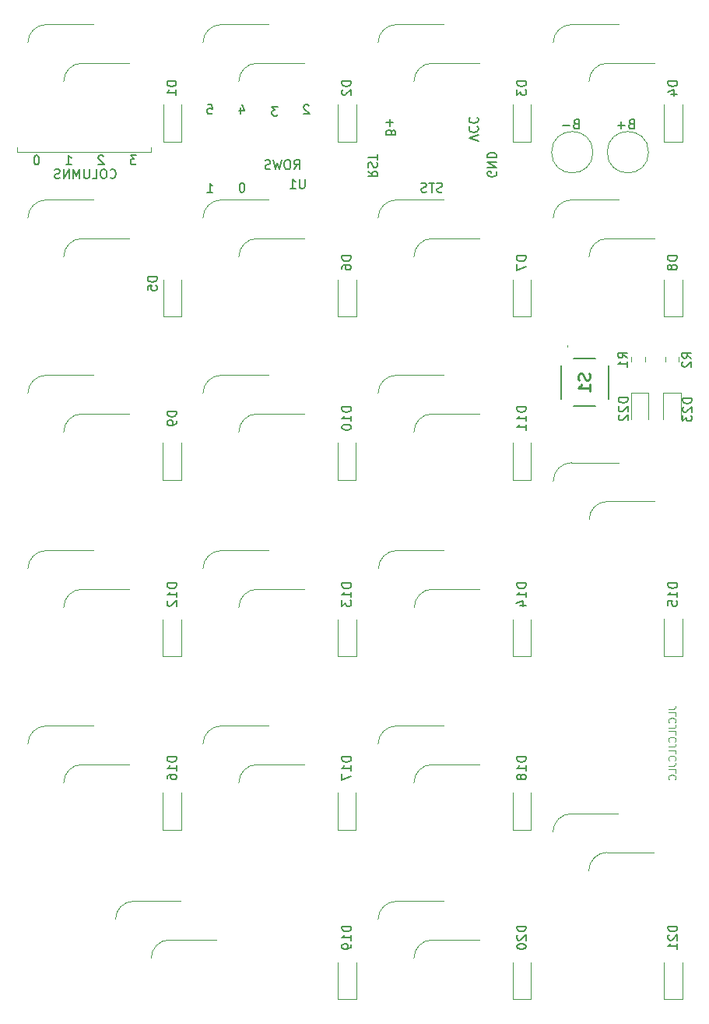
<source format=gbr>
%TF.GenerationSoftware,KiCad,Pcbnew,7.0.11*%
%TF.CreationDate,2025-01-24T11:41:37+01:00*%
%TF.ProjectId,Numpad1,4e756d70-6164-4312-9e6b-696361645f70,rev?*%
%TF.SameCoordinates,Original*%
%TF.FileFunction,Legend,Bot*%
%TF.FilePolarity,Positive*%
%FSLAX46Y46*%
G04 Gerber Fmt 4.6, Leading zero omitted, Abs format (unit mm)*
G04 Created by KiCad (PCBNEW 7.0.11) date 2025-01-24 11:41:37*
%MOMM*%
%LPD*%
G01*
G04 APERTURE LIST*
%ADD10C,0.100000*%
%ADD11C,0.150000*%
%ADD12C,0.254000*%
%ADD13C,0.120000*%
%ADD14C,0.200000*%
G04 APERTURE END LIST*
D10*
X113934395Y-134747336D02*
X114505823Y-134747336D01*
X114505823Y-134747336D02*
X114620109Y-134709241D01*
X114620109Y-134709241D02*
X114696300Y-134633050D01*
X114696300Y-134633050D02*
X114734395Y-134518765D01*
X114734395Y-134518765D02*
X114734395Y-134442574D01*
X114734395Y-135509241D02*
X114734395Y-135128289D01*
X114734395Y-135128289D02*
X113934395Y-135128289D01*
X114658204Y-136233051D02*
X114696300Y-136194955D01*
X114696300Y-136194955D02*
X114734395Y-136080670D01*
X114734395Y-136080670D02*
X114734395Y-136004479D01*
X114734395Y-136004479D02*
X114696300Y-135890193D01*
X114696300Y-135890193D02*
X114620109Y-135814003D01*
X114620109Y-135814003D02*
X114543919Y-135775908D01*
X114543919Y-135775908D02*
X114391538Y-135737812D01*
X114391538Y-135737812D02*
X114277252Y-135737812D01*
X114277252Y-135737812D02*
X114124871Y-135775908D01*
X114124871Y-135775908D02*
X114048680Y-135814003D01*
X114048680Y-135814003D02*
X113972490Y-135890193D01*
X113972490Y-135890193D02*
X113934395Y-136004479D01*
X113934395Y-136004479D02*
X113934395Y-136080670D01*
X113934395Y-136080670D02*
X113972490Y-136194955D01*
X113972490Y-136194955D02*
X114010585Y-136233051D01*
X113934395Y-136804479D02*
X114505823Y-136804479D01*
X114505823Y-136804479D02*
X114620109Y-136766384D01*
X114620109Y-136766384D02*
X114696300Y-136690193D01*
X114696300Y-136690193D02*
X114734395Y-136575908D01*
X114734395Y-136575908D02*
X114734395Y-136499717D01*
X114734395Y-137566384D02*
X114734395Y-137185432D01*
X114734395Y-137185432D02*
X113934395Y-137185432D01*
X114658204Y-138290194D02*
X114696300Y-138252098D01*
X114696300Y-138252098D02*
X114734395Y-138137813D01*
X114734395Y-138137813D02*
X114734395Y-138061622D01*
X114734395Y-138061622D02*
X114696300Y-137947336D01*
X114696300Y-137947336D02*
X114620109Y-137871146D01*
X114620109Y-137871146D02*
X114543919Y-137833051D01*
X114543919Y-137833051D02*
X114391538Y-137794955D01*
X114391538Y-137794955D02*
X114277252Y-137794955D01*
X114277252Y-137794955D02*
X114124871Y-137833051D01*
X114124871Y-137833051D02*
X114048680Y-137871146D01*
X114048680Y-137871146D02*
X113972490Y-137947336D01*
X113972490Y-137947336D02*
X113934395Y-138061622D01*
X113934395Y-138061622D02*
X113934395Y-138137813D01*
X113934395Y-138137813D02*
X113972490Y-138252098D01*
X113972490Y-138252098D02*
X114010585Y-138290194D01*
X113934395Y-138861622D02*
X114505823Y-138861622D01*
X114505823Y-138861622D02*
X114620109Y-138823527D01*
X114620109Y-138823527D02*
X114696300Y-138747336D01*
X114696300Y-138747336D02*
X114734395Y-138633051D01*
X114734395Y-138633051D02*
X114734395Y-138556860D01*
X114734395Y-139623527D02*
X114734395Y-139242575D01*
X114734395Y-139242575D02*
X113934395Y-139242575D01*
X114658204Y-140347337D02*
X114696300Y-140309241D01*
X114696300Y-140309241D02*
X114734395Y-140194956D01*
X114734395Y-140194956D02*
X114734395Y-140118765D01*
X114734395Y-140118765D02*
X114696300Y-140004479D01*
X114696300Y-140004479D02*
X114620109Y-139928289D01*
X114620109Y-139928289D02*
X114543919Y-139890194D01*
X114543919Y-139890194D02*
X114391538Y-139852098D01*
X114391538Y-139852098D02*
X114277252Y-139852098D01*
X114277252Y-139852098D02*
X114124871Y-139890194D01*
X114124871Y-139890194D02*
X114048680Y-139928289D01*
X114048680Y-139928289D02*
X113972490Y-140004479D01*
X113972490Y-140004479D02*
X113934395Y-140118765D01*
X113934395Y-140118765D02*
X113934395Y-140194956D01*
X113934395Y-140194956D02*
X113972490Y-140309241D01*
X113972490Y-140309241D02*
X114010585Y-140347337D01*
X113934395Y-140918765D02*
X114505823Y-140918765D01*
X114505823Y-140918765D02*
X114620109Y-140880670D01*
X114620109Y-140880670D02*
X114696300Y-140804479D01*
X114696300Y-140804479D02*
X114734395Y-140690194D01*
X114734395Y-140690194D02*
X114734395Y-140614003D01*
X114734395Y-141680670D02*
X114734395Y-141299718D01*
X114734395Y-141299718D02*
X113934395Y-141299718D01*
X114658204Y-142404480D02*
X114696300Y-142366384D01*
X114696300Y-142366384D02*
X114734395Y-142252099D01*
X114734395Y-142252099D02*
X114734395Y-142175908D01*
X114734395Y-142175908D02*
X114696300Y-142061622D01*
X114696300Y-142061622D02*
X114620109Y-141985432D01*
X114620109Y-141985432D02*
X114543919Y-141947337D01*
X114543919Y-141947337D02*
X114391538Y-141909241D01*
X114391538Y-141909241D02*
X114277252Y-141909241D01*
X114277252Y-141909241D02*
X114124871Y-141947337D01*
X114124871Y-141947337D02*
X114048680Y-141985432D01*
X114048680Y-141985432D02*
X113972490Y-142061622D01*
X113972490Y-142061622D02*
X113934395Y-142175908D01*
X113934395Y-142175908D02*
X113934395Y-142252099D01*
X113934395Y-142252099D02*
X113972490Y-142366384D01*
X113972490Y-142366384D02*
X114010585Y-142404480D01*
D11*
X109524344Y-100926428D02*
X108524344Y-100926428D01*
X108524344Y-100926428D02*
X108524344Y-101164523D01*
X108524344Y-101164523D02*
X108571963Y-101307380D01*
X108571963Y-101307380D02*
X108667201Y-101402618D01*
X108667201Y-101402618D02*
X108762439Y-101450237D01*
X108762439Y-101450237D02*
X108952915Y-101497856D01*
X108952915Y-101497856D02*
X109095772Y-101497856D01*
X109095772Y-101497856D02*
X109286248Y-101450237D01*
X109286248Y-101450237D02*
X109381486Y-101402618D01*
X109381486Y-101402618D02*
X109476725Y-101307380D01*
X109476725Y-101307380D02*
X109524344Y-101164523D01*
X109524344Y-101164523D02*
X109524344Y-100926428D01*
X108619582Y-101878809D02*
X108571963Y-101926428D01*
X108571963Y-101926428D02*
X108524344Y-102021666D01*
X108524344Y-102021666D02*
X108524344Y-102259761D01*
X108524344Y-102259761D02*
X108571963Y-102354999D01*
X108571963Y-102354999D02*
X108619582Y-102402618D01*
X108619582Y-102402618D02*
X108714820Y-102450237D01*
X108714820Y-102450237D02*
X108810058Y-102450237D01*
X108810058Y-102450237D02*
X108952915Y-102402618D01*
X108952915Y-102402618D02*
X109524344Y-101831190D01*
X109524344Y-101831190D02*
X109524344Y-102450237D01*
X108619582Y-102831190D02*
X108571963Y-102878809D01*
X108571963Y-102878809D02*
X108524344Y-102974047D01*
X108524344Y-102974047D02*
X108524344Y-103212142D01*
X108524344Y-103212142D02*
X108571963Y-103307380D01*
X108571963Y-103307380D02*
X108619582Y-103354999D01*
X108619582Y-103354999D02*
X108714820Y-103402618D01*
X108714820Y-103402618D02*
X108810058Y-103402618D01*
X108810058Y-103402618D02*
X108952915Y-103354999D01*
X108952915Y-103354999D02*
X109524344Y-102783571D01*
X109524344Y-102783571D02*
X109524344Y-103402618D01*
D12*
X105351342Y-98294880D02*
X105411818Y-98476309D01*
X105411818Y-98476309D02*
X105411818Y-98778690D01*
X105411818Y-98778690D02*
X105351342Y-98899642D01*
X105351342Y-98899642D02*
X105290865Y-98960118D01*
X105290865Y-98960118D02*
X105169913Y-99020595D01*
X105169913Y-99020595D02*
X105048961Y-99020595D01*
X105048961Y-99020595D02*
X104928008Y-98960118D01*
X104928008Y-98960118D02*
X104867532Y-98899642D01*
X104867532Y-98899642D02*
X104807056Y-98778690D01*
X104807056Y-98778690D02*
X104746580Y-98536785D01*
X104746580Y-98536785D02*
X104686103Y-98415833D01*
X104686103Y-98415833D02*
X104625627Y-98355356D01*
X104625627Y-98355356D02*
X104504675Y-98294880D01*
X104504675Y-98294880D02*
X104383722Y-98294880D01*
X104383722Y-98294880D02*
X104262770Y-98355356D01*
X104262770Y-98355356D02*
X104202294Y-98415833D01*
X104202294Y-98415833D02*
X104141818Y-98536785D01*
X104141818Y-98536785D02*
X104141818Y-98839166D01*
X104141818Y-98839166D02*
X104202294Y-99020595D01*
X105411818Y-100230119D02*
X105411818Y-99504404D01*
X105411818Y-99867261D02*
X104141818Y-99867261D01*
X104141818Y-99867261D02*
X104323246Y-99746309D01*
X104323246Y-99746309D02*
X104444199Y-99625357D01*
X104444199Y-99625357D02*
X104504675Y-99504404D01*
D11*
X79417319Y-66536905D02*
X78417319Y-66536905D01*
X78417319Y-66536905D02*
X78417319Y-66775000D01*
X78417319Y-66775000D02*
X78464938Y-66917857D01*
X78464938Y-66917857D02*
X78560176Y-67013095D01*
X78560176Y-67013095D02*
X78655414Y-67060714D01*
X78655414Y-67060714D02*
X78845890Y-67108333D01*
X78845890Y-67108333D02*
X78988747Y-67108333D01*
X78988747Y-67108333D02*
X79179223Y-67060714D01*
X79179223Y-67060714D02*
X79274461Y-67013095D01*
X79274461Y-67013095D02*
X79369700Y-66917857D01*
X79369700Y-66917857D02*
X79417319Y-66775000D01*
X79417319Y-66775000D02*
X79417319Y-66536905D01*
X78512557Y-67489286D02*
X78464938Y-67536905D01*
X78464938Y-67536905D02*
X78417319Y-67632143D01*
X78417319Y-67632143D02*
X78417319Y-67870238D01*
X78417319Y-67870238D02*
X78464938Y-67965476D01*
X78464938Y-67965476D02*
X78512557Y-68013095D01*
X78512557Y-68013095D02*
X78607795Y-68060714D01*
X78607795Y-68060714D02*
X78703033Y-68060714D01*
X78703033Y-68060714D02*
X78845890Y-68013095D01*
X78845890Y-68013095D02*
X79417319Y-67441667D01*
X79417319Y-67441667D02*
X79417319Y-68060714D01*
X60429819Y-102424405D02*
X59429819Y-102424405D01*
X59429819Y-102424405D02*
X59429819Y-102662500D01*
X59429819Y-102662500D02*
X59477438Y-102805357D01*
X59477438Y-102805357D02*
X59572676Y-102900595D01*
X59572676Y-102900595D02*
X59667914Y-102948214D01*
X59667914Y-102948214D02*
X59858390Y-102995833D01*
X59858390Y-102995833D02*
X60001247Y-102995833D01*
X60001247Y-102995833D02*
X60191723Y-102948214D01*
X60191723Y-102948214D02*
X60286961Y-102900595D01*
X60286961Y-102900595D02*
X60382200Y-102805357D01*
X60382200Y-102805357D02*
X60429819Y-102662500D01*
X60429819Y-102662500D02*
X60429819Y-102424405D01*
X60429819Y-103472024D02*
X60429819Y-103662500D01*
X60429819Y-103662500D02*
X60382200Y-103757738D01*
X60382200Y-103757738D02*
X60334580Y-103805357D01*
X60334580Y-103805357D02*
X60191723Y-103900595D01*
X60191723Y-103900595D02*
X60001247Y-103948214D01*
X60001247Y-103948214D02*
X59620295Y-103948214D01*
X59620295Y-103948214D02*
X59525057Y-103900595D01*
X59525057Y-103900595D02*
X59477438Y-103852976D01*
X59477438Y-103852976D02*
X59429819Y-103757738D01*
X59429819Y-103757738D02*
X59429819Y-103567262D01*
X59429819Y-103567262D02*
X59477438Y-103472024D01*
X59477438Y-103472024D02*
X59525057Y-103424405D01*
X59525057Y-103424405D02*
X59620295Y-103376786D01*
X59620295Y-103376786D02*
X59858390Y-103376786D01*
X59858390Y-103376786D02*
X59953628Y-103424405D01*
X59953628Y-103424405D02*
X60001247Y-103472024D01*
X60001247Y-103472024D02*
X60048866Y-103567262D01*
X60048866Y-103567262D02*
X60048866Y-103757738D01*
X60048866Y-103757738D02*
X60001247Y-103852976D01*
X60001247Y-103852976D02*
X59953628Y-103900595D01*
X59953628Y-103900595D02*
X59858390Y-103948214D01*
X98454819Y-139948214D02*
X97454819Y-139948214D01*
X97454819Y-139948214D02*
X97454819Y-140186309D01*
X97454819Y-140186309D02*
X97502438Y-140329166D01*
X97502438Y-140329166D02*
X97597676Y-140424404D01*
X97597676Y-140424404D02*
X97692914Y-140472023D01*
X97692914Y-140472023D02*
X97883390Y-140519642D01*
X97883390Y-140519642D02*
X98026247Y-140519642D01*
X98026247Y-140519642D02*
X98216723Y-140472023D01*
X98216723Y-140472023D02*
X98311961Y-140424404D01*
X98311961Y-140424404D02*
X98407200Y-140329166D01*
X98407200Y-140329166D02*
X98454819Y-140186309D01*
X98454819Y-140186309D02*
X98454819Y-139948214D01*
X98454819Y-141472023D02*
X98454819Y-140900595D01*
X98454819Y-141186309D02*
X97454819Y-141186309D01*
X97454819Y-141186309D02*
X97597676Y-141091071D01*
X97597676Y-141091071D02*
X97692914Y-140995833D01*
X97692914Y-140995833D02*
X97740533Y-140900595D01*
X97883390Y-142043452D02*
X97835771Y-141948214D01*
X97835771Y-141948214D02*
X97788152Y-141900595D01*
X97788152Y-141900595D02*
X97692914Y-141852976D01*
X97692914Y-141852976D02*
X97645295Y-141852976D01*
X97645295Y-141852976D02*
X97550057Y-141900595D01*
X97550057Y-141900595D02*
X97502438Y-141948214D01*
X97502438Y-141948214D02*
X97454819Y-142043452D01*
X97454819Y-142043452D02*
X97454819Y-142233928D01*
X97454819Y-142233928D02*
X97502438Y-142329166D01*
X97502438Y-142329166D02*
X97550057Y-142376785D01*
X97550057Y-142376785D02*
X97645295Y-142424404D01*
X97645295Y-142424404D02*
X97692914Y-142424404D01*
X97692914Y-142424404D02*
X97788152Y-142376785D01*
X97788152Y-142376785D02*
X97835771Y-142329166D01*
X97835771Y-142329166D02*
X97883390Y-142233928D01*
X97883390Y-142233928D02*
X97883390Y-142043452D01*
X97883390Y-142043452D02*
X97931009Y-141948214D01*
X97931009Y-141948214D02*
X97978628Y-141900595D01*
X97978628Y-141900595D02*
X98073866Y-141852976D01*
X98073866Y-141852976D02*
X98264342Y-141852976D01*
X98264342Y-141852976D02*
X98359580Y-141900595D01*
X98359580Y-141900595D02*
X98407200Y-141948214D01*
X98407200Y-141948214D02*
X98454819Y-142043452D01*
X98454819Y-142043452D02*
X98454819Y-142233928D01*
X98454819Y-142233928D02*
X98407200Y-142329166D01*
X98407200Y-142329166D02*
X98359580Y-142376785D01*
X98359580Y-142376785D02*
X98264342Y-142424404D01*
X98264342Y-142424404D02*
X98073866Y-142424404D01*
X98073866Y-142424404D02*
X97978628Y-142376785D01*
X97978628Y-142376785D02*
X97931009Y-142329166D01*
X97931009Y-142329166D02*
X97883390Y-142233928D01*
X79442319Y-158357314D02*
X78442319Y-158357314D01*
X78442319Y-158357314D02*
X78442319Y-158595409D01*
X78442319Y-158595409D02*
X78489938Y-158738266D01*
X78489938Y-158738266D02*
X78585176Y-158833504D01*
X78585176Y-158833504D02*
X78680414Y-158881123D01*
X78680414Y-158881123D02*
X78870890Y-158928742D01*
X78870890Y-158928742D02*
X79013747Y-158928742D01*
X79013747Y-158928742D02*
X79204223Y-158881123D01*
X79204223Y-158881123D02*
X79299461Y-158833504D01*
X79299461Y-158833504D02*
X79394700Y-158738266D01*
X79394700Y-158738266D02*
X79442319Y-158595409D01*
X79442319Y-158595409D02*
X79442319Y-158357314D01*
X79442319Y-159881123D02*
X79442319Y-159309695D01*
X79442319Y-159595409D02*
X78442319Y-159595409D01*
X78442319Y-159595409D02*
X78585176Y-159500171D01*
X78585176Y-159500171D02*
X78680414Y-159404933D01*
X78680414Y-159404933D02*
X78728033Y-159309695D01*
X79442319Y-160357314D02*
X79442319Y-160547790D01*
X79442319Y-160547790D02*
X79394700Y-160643028D01*
X79394700Y-160643028D02*
X79347080Y-160690647D01*
X79347080Y-160690647D02*
X79204223Y-160785885D01*
X79204223Y-160785885D02*
X79013747Y-160833504D01*
X79013747Y-160833504D02*
X78632795Y-160833504D01*
X78632795Y-160833504D02*
X78537557Y-160785885D01*
X78537557Y-160785885D02*
X78489938Y-160738266D01*
X78489938Y-160738266D02*
X78442319Y-160643028D01*
X78442319Y-160643028D02*
X78442319Y-160452552D01*
X78442319Y-160452552D02*
X78489938Y-160357314D01*
X78489938Y-160357314D02*
X78537557Y-160309695D01*
X78537557Y-160309695D02*
X78632795Y-160262076D01*
X78632795Y-160262076D02*
X78870890Y-160262076D01*
X78870890Y-160262076D02*
X78966128Y-160309695D01*
X78966128Y-160309695D02*
X79013747Y-160357314D01*
X79013747Y-160357314D02*
X79061366Y-160452552D01*
X79061366Y-160452552D02*
X79061366Y-160643028D01*
X79061366Y-160643028D02*
X79013747Y-160738266D01*
X79013747Y-160738266D02*
X78966128Y-160785885D01*
X78966128Y-160785885D02*
X78870890Y-160833504D01*
X79417319Y-85536905D02*
X78417319Y-85536905D01*
X78417319Y-85536905D02*
X78417319Y-85775000D01*
X78417319Y-85775000D02*
X78464938Y-85917857D01*
X78464938Y-85917857D02*
X78560176Y-86013095D01*
X78560176Y-86013095D02*
X78655414Y-86060714D01*
X78655414Y-86060714D02*
X78845890Y-86108333D01*
X78845890Y-86108333D02*
X78988747Y-86108333D01*
X78988747Y-86108333D02*
X79179223Y-86060714D01*
X79179223Y-86060714D02*
X79274461Y-86013095D01*
X79274461Y-86013095D02*
X79369700Y-85917857D01*
X79369700Y-85917857D02*
X79417319Y-85775000D01*
X79417319Y-85775000D02*
X79417319Y-85536905D01*
X78417319Y-86965476D02*
X78417319Y-86775000D01*
X78417319Y-86775000D02*
X78464938Y-86679762D01*
X78464938Y-86679762D02*
X78512557Y-86632143D01*
X78512557Y-86632143D02*
X78655414Y-86536905D01*
X78655414Y-86536905D02*
X78845890Y-86489286D01*
X78845890Y-86489286D02*
X79226842Y-86489286D01*
X79226842Y-86489286D02*
X79322080Y-86536905D01*
X79322080Y-86536905D02*
X79369700Y-86584524D01*
X79369700Y-86584524D02*
X79417319Y-86679762D01*
X79417319Y-86679762D02*
X79417319Y-86870238D01*
X79417319Y-86870238D02*
X79369700Y-86965476D01*
X79369700Y-86965476D02*
X79322080Y-87013095D01*
X79322080Y-87013095D02*
X79226842Y-87060714D01*
X79226842Y-87060714D02*
X78988747Y-87060714D01*
X78988747Y-87060714D02*
X78893509Y-87013095D01*
X78893509Y-87013095D02*
X78845890Y-86965476D01*
X78845890Y-86965476D02*
X78798271Y-86870238D01*
X78798271Y-86870238D02*
X78798271Y-86679762D01*
X78798271Y-86679762D02*
X78845890Y-86584524D01*
X78845890Y-86584524D02*
X78893509Y-86536905D01*
X78893509Y-86536905D02*
X78988747Y-86489286D01*
X116496258Y-100993035D02*
X115496258Y-100993035D01*
X115496258Y-100993035D02*
X115496258Y-101231130D01*
X115496258Y-101231130D02*
X115543877Y-101373987D01*
X115543877Y-101373987D02*
X115639115Y-101469225D01*
X115639115Y-101469225D02*
X115734353Y-101516844D01*
X115734353Y-101516844D02*
X115924829Y-101564463D01*
X115924829Y-101564463D02*
X116067686Y-101564463D01*
X116067686Y-101564463D02*
X116258162Y-101516844D01*
X116258162Y-101516844D02*
X116353400Y-101469225D01*
X116353400Y-101469225D02*
X116448639Y-101373987D01*
X116448639Y-101373987D02*
X116496258Y-101231130D01*
X116496258Y-101231130D02*
X116496258Y-100993035D01*
X115591496Y-101945416D02*
X115543877Y-101993035D01*
X115543877Y-101993035D02*
X115496258Y-102088273D01*
X115496258Y-102088273D02*
X115496258Y-102326368D01*
X115496258Y-102326368D02*
X115543877Y-102421606D01*
X115543877Y-102421606D02*
X115591496Y-102469225D01*
X115591496Y-102469225D02*
X115686734Y-102516844D01*
X115686734Y-102516844D02*
X115781972Y-102516844D01*
X115781972Y-102516844D02*
X115924829Y-102469225D01*
X115924829Y-102469225D02*
X116496258Y-101897797D01*
X116496258Y-101897797D02*
X116496258Y-102516844D01*
X115496258Y-102850178D02*
X115496258Y-103469225D01*
X115496258Y-103469225D02*
X115877210Y-103135892D01*
X115877210Y-103135892D02*
X115877210Y-103278749D01*
X115877210Y-103278749D02*
X115924829Y-103373987D01*
X115924829Y-103373987D02*
X115972448Y-103421606D01*
X115972448Y-103421606D02*
X116067686Y-103469225D01*
X116067686Y-103469225D02*
X116305781Y-103469225D01*
X116305781Y-103469225D02*
X116401019Y-103421606D01*
X116401019Y-103421606D02*
X116448639Y-103373987D01*
X116448639Y-103373987D02*
X116496258Y-103278749D01*
X116496258Y-103278749D02*
X116496258Y-102993035D01*
X116496258Y-102993035D02*
X116448639Y-102897797D01*
X116448639Y-102897797D02*
X116401019Y-102850178D01*
X98479819Y-66536905D02*
X97479819Y-66536905D01*
X97479819Y-66536905D02*
X97479819Y-66775000D01*
X97479819Y-66775000D02*
X97527438Y-66917857D01*
X97527438Y-66917857D02*
X97622676Y-67013095D01*
X97622676Y-67013095D02*
X97717914Y-67060714D01*
X97717914Y-67060714D02*
X97908390Y-67108333D01*
X97908390Y-67108333D02*
X98051247Y-67108333D01*
X98051247Y-67108333D02*
X98241723Y-67060714D01*
X98241723Y-67060714D02*
X98336961Y-67013095D01*
X98336961Y-67013095D02*
X98432200Y-66917857D01*
X98432200Y-66917857D02*
X98479819Y-66775000D01*
X98479819Y-66775000D02*
X98479819Y-66536905D01*
X97479819Y-67441667D02*
X97479819Y-68060714D01*
X97479819Y-68060714D02*
X97860771Y-67727381D01*
X97860771Y-67727381D02*
X97860771Y-67870238D01*
X97860771Y-67870238D02*
X97908390Y-67965476D01*
X97908390Y-67965476D02*
X97956009Y-68013095D01*
X97956009Y-68013095D02*
X98051247Y-68060714D01*
X98051247Y-68060714D02*
X98289342Y-68060714D01*
X98289342Y-68060714D02*
X98384580Y-68013095D01*
X98384580Y-68013095D02*
X98432200Y-67965476D01*
X98432200Y-67965476D02*
X98479819Y-67870238D01*
X98479819Y-67870238D02*
X98479819Y-67584524D01*
X98479819Y-67584524D02*
X98432200Y-67489286D01*
X98432200Y-67489286D02*
X98384580Y-67441667D01*
X98429819Y-85536905D02*
X97429819Y-85536905D01*
X97429819Y-85536905D02*
X97429819Y-85775000D01*
X97429819Y-85775000D02*
X97477438Y-85917857D01*
X97477438Y-85917857D02*
X97572676Y-86013095D01*
X97572676Y-86013095D02*
X97667914Y-86060714D01*
X97667914Y-86060714D02*
X97858390Y-86108333D01*
X97858390Y-86108333D02*
X98001247Y-86108333D01*
X98001247Y-86108333D02*
X98191723Y-86060714D01*
X98191723Y-86060714D02*
X98286961Y-86013095D01*
X98286961Y-86013095D02*
X98382200Y-85917857D01*
X98382200Y-85917857D02*
X98429819Y-85775000D01*
X98429819Y-85775000D02*
X98429819Y-85536905D01*
X97429819Y-86441667D02*
X97429819Y-87108333D01*
X97429819Y-87108333D02*
X98429819Y-86679762D01*
X60404819Y-66536905D02*
X59404819Y-66536905D01*
X59404819Y-66536905D02*
X59404819Y-66775000D01*
X59404819Y-66775000D02*
X59452438Y-66917857D01*
X59452438Y-66917857D02*
X59547676Y-67013095D01*
X59547676Y-67013095D02*
X59642914Y-67060714D01*
X59642914Y-67060714D02*
X59833390Y-67108333D01*
X59833390Y-67108333D02*
X59976247Y-67108333D01*
X59976247Y-67108333D02*
X60166723Y-67060714D01*
X60166723Y-67060714D02*
X60261961Y-67013095D01*
X60261961Y-67013095D02*
X60357200Y-66917857D01*
X60357200Y-66917857D02*
X60404819Y-66775000D01*
X60404819Y-66775000D02*
X60404819Y-66536905D01*
X60404819Y-68060714D02*
X60404819Y-67489286D01*
X60404819Y-67775000D02*
X59404819Y-67775000D01*
X59404819Y-67775000D02*
X59547676Y-67679762D01*
X59547676Y-67679762D02*
X59642914Y-67584524D01*
X59642914Y-67584524D02*
X59690533Y-67489286D01*
X114914019Y-121084834D02*
X113914019Y-121084834D01*
X113914019Y-121084834D02*
X113914019Y-121322929D01*
X113914019Y-121322929D02*
X113961638Y-121465786D01*
X113961638Y-121465786D02*
X114056876Y-121561024D01*
X114056876Y-121561024D02*
X114152114Y-121608643D01*
X114152114Y-121608643D02*
X114342590Y-121656262D01*
X114342590Y-121656262D02*
X114485447Y-121656262D01*
X114485447Y-121656262D02*
X114675923Y-121608643D01*
X114675923Y-121608643D02*
X114771161Y-121561024D01*
X114771161Y-121561024D02*
X114866400Y-121465786D01*
X114866400Y-121465786D02*
X114914019Y-121322929D01*
X114914019Y-121322929D02*
X114914019Y-121084834D01*
X114914019Y-122608643D02*
X114914019Y-122037215D01*
X114914019Y-122322929D02*
X113914019Y-122322929D01*
X113914019Y-122322929D02*
X114056876Y-122227691D01*
X114056876Y-122227691D02*
X114152114Y-122132453D01*
X114152114Y-122132453D02*
X114199733Y-122037215D01*
X113914019Y-123513405D02*
X113914019Y-123037215D01*
X113914019Y-123037215D02*
X114390209Y-122989596D01*
X114390209Y-122989596D02*
X114342590Y-123037215D01*
X114342590Y-123037215D02*
X114294971Y-123132453D01*
X114294971Y-123132453D02*
X114294971Y-123370548D01*
X114294971Y-123370548D02*
X114342590Y-123465786D01*
X114342590Y-123465786D02*
X114390209Y-123513405D01*
X114390209Y-123513405D02*
X114485447Y-123561024D01*
X114485447Y-123561024D02*
X114723542Y-123561024D01*
X114723542Y-123561024D02*
X114818780Y-123513405D01*
X114818780Y-123513405D02*
X114866400Y-123465786D01*
X114866400Y-123465786D02*
X114914019Y-123370548D01*
X114914019Y-123370548D02*
X114914019Y-123132453D01*
X114914019Y-123132453D02*
X114866400Y-123037215D01*
X114866400Y-123037215D02*
X114818780Y-122989596D01*
X114864019Y-85536905D02*
X113864019Y-85536905D01*
X113864019Y-85536905D02*
X113864019Y-85775000D01*
X113864019Y-85775000D02*
X113911638Y-85917857D01*
X113911638Y-85917857D02*
X114006876Y-86013095D01*
X114006876Y-86013095D02*
X114102114Y-86060714D01*
X114102114Y-86060714D02*
X114292590Y-86108333D01*
X114292590Y-86108333D02*
X114435447Y-86108333D01*
X114435447Y-86108333D02*
X114625923Y-86060714D01*
X114625923Y-86060714D02*
X114721161Y-86013095D01*
X114721161Y-86013095D02*
X114816400Y-85917857D01*
X114816400Y-85917857D02*
X114864019Y-85775000D01*
X114864019Y-85775000D02*
X114864019Y-85536905D01*
X114292590Y-86679762D02*
X114244971Y-86584524D01*
X114244971Y-86584524D02*
X114197352Y-86536905D01*
X114197352Y-86536905D02*
X114102114Y-86489286D01*
X114102114Y-86489286D02*
X114054495Y-86489286D01*
X114054495Y-86489286D02*
X113959257Y-86536905D01*
X113959257Y-86536905D02*
X113911638Y-86584524D01*
X113911638Y-86584524D02*
X113864019Y-86679762D01*
X113864019Y-86679762D02*
X113864019Y-86870238D01*
X113864019Y-86870238D02*
X113911638Y-86965476D01*
X113911638Y-86965476D02*
X113959257Y-87013095D01*
X113959257Y-87013095D02*
X114054495Y-87060714D01*
X114054495Y-87060714D02*
X114102114Y-87060714D01*
X114102114Y-87060714D02*
X114197352Y-87013095D01*
X114197352Y-87013095D02*
X114244971Y-86965476D01*
X114244971Y-86965476D02*
X114292590Y-86870238D01*
X114292590Y-86870238D02*
X114292590Y-86679762D01*
X114292590Y-86679762D02*
X114340209Y-86584524D01*
X114340209Y-86584524D02*
X114387828Y-86536905D01*
X114387828Y-86536905D02*
X114483066Y-86489286D01*
X114483066Y-86489286D02*
X114673542Y-86489286D01*
X114673542Y-86489286D02*
X114768780Y-86536905D01*
X114768780Y-86536905D02*
X114816400Y-86584524D01*
X114816400Y-86584524D02*
X114864019Y-86679762D01*
X114864019Y-86679762D02*
X114864019Y-86870238D01*
X114864019Y-86870238D02*
X114816400Y-86965476D01*
X114816400Y-86965476D02*
X114768780Y-87013095D01*
X114768780Y-87013095D02*
X114673542Y-87060714D01*
X114673542Y-87060714D02*
X114483066Y-87060714D01*
X114483066Y-87060714D02*
X114387828Y-87013095D01*
X114387828Y-87013095D02*
X114340209Y-86965476D01*
X114340209Y-86965476D02*
X114292590Y-86870238D01*
X60429819Y-139948214D02*
X59429819Y-139948214D01*
X59429819Y-139948214D02*
X59429819Y-140186309D01*
X59429819Y-140186309D02*
X59477438Y-140329166D01*
X59477438Y-140329166D02*
X59572676Y-140424404D01*
X59572676Y-140424404D02*
X59667914Y-140472023D01*
X59667914Y-140472023D02*
X59858390Y-140519642D01*
X59858390Y-140519642D02*
X60001247Y-140519642D01*
X60001247Y-140519642D02*
X60191723Y-140472023D01*
X60191723Y-140472023D02*
X60286961Y-140424404D01*
X60286961Y-140424404D02*
X60382200Y-140329166D01*
X60382200Y-140329166D02*
X60429819Y-140186309D01*
X60429819Y-140186309D02*
X60429819Y-139948214D01*
X60429819Y-141472023D02*
X60429819Y-140900595D01*
X60429819Y-141186309D02*
X59429819Y-141186309D01*
X59429819Y-141186309D02*
X59572676Y-141091071D01*
X59572676Y-141091071D02*
X59667914Y-140995833D01*
X59667914Y-140995833D02*
X59715533Y-140900595D01*
X59429819Y-142329166D02*
X59429819Y-142138690D01*
X59429819Y-142138690D02*
X59477438Y-142043452D01*
X59477438Y-142043452D02*
X59525057Y-141995833D01*
X59525057Y-141995833D02*
X59667914Y-141900595D01*
X59667914Y-141900595D02*
X59858390Y-141852976D01*
X59858390Y-141852976D02*
X60239342Y-141852976D01*
X60239342Y-141852976D02*
X60334580Y-141900595D01*
X60334580Y-141900595D02*
X60382200Y-141948214D01*
X60382200Y-141948214D02*
X60429819Y-142043452D01*
X60429819Y-142043452D02*
X60429819Y-142233928D01*
X60429819Y-142233928D02*
X60382200Y-142329166D01*
X60382200Y-142329166D02*
X60334580Y-142376785D01*
X60334580Y-142376785D02*
X60239342Y-142424404D01*
X60239342Y-142424404D02*
X60001247Y-142424404D01*
X60001247Y-142424404D02*
X59906009Y-142376785D01*
X59906009Y-142376785D02*
X59858390Y-142329166D01*
X59858390Y-142329166D02*
X59810771Y-142233928D01*
X59810771Y-142233928D02*
X59810771Y-142043452D01*
X59810771Y-142043452D02*
X59858390Y-141948214D01*
X59858390Y-141948214D02*
X59906009Y-141900595D01*
X59906009Y-141900595D02*
X60001247Y-141852976D01*
X98454819Y-101948214D02*
X97454819Y-101948214D01*
X97454819Y-101948214D02*
X97454819Y-102186309D01*
X97454819Y-102186309D02*
X97502438Y-102329166D01*
X97502438Y-102329166D02*
X97597676Y-102424404D01*
X97597676Y-102424404D02*
X97692914Y-102472023D01*
X97692914Y-102472023D02*
X97883390Y-102519642D01*
X97883390Y-102519642D02*
X98026247Y-102519642D01*
X98026247Y-102519642D02*
X98216723Y-102472023D01*
X98216723Y-102472023D02*
X98311961Y-102424404D01*
X98311961Y-102424404D02*
X98407200Y-102329166D01*
X98407200Y-102329166D02*
X98454819Y-102186309D01*
X98454819Y-102186309D02*
X98454819Y-101948214D01*
X98454819Y-103472023D02*
X98454819Y-102900595D01*
X98454819Y-103186309D02*
X97454819Y-103186309D01*
X97454819Y-103186309D02*
X97597676Y-103091071D01*
X97597676Y-103091071D02*
X97692914Y-102995833D01*
X97692914Y-102995833D02*
X97740533Y-102900595D01*
X98454819Y-104424404D02*
X98454819Y-103852976D01*
X98454819Y-104138690D02*
X97454819Y-104138690D01*
X97454819Y-104138690D02*
X97597676Y-104043452D01*
X97597676Y-104043452D02*
X97692914Y-103948214D01*
X97692914Y-103948214D02*
X97740533Y-103852976D01*
X79429819Y-101948214D02*
X78429819Y-101948214D01*
X78429819Y-101948214D02*
X78429819Y-102186309D01*
X78429819Y-102186309D02*
X78477438Y-102329166D01*
X78477438Y-102329166D02*
X78572676Y-102424404D01*
X78572676Y-102424404D02*
X78667914Y-102472023D01*
X78667914Y-102472023D02*
X78858390Y-102519642D01*
X78858390Y-102519642D02*
X79001247Y-102519642D01*
X79001247Y-102519642D02*
X79191723Y-102472023D01*
X79191723Y-102472023D02*
X79286961Y-102424404D01*
X79286961Y-102424404D02*
X79382200Y-102329166D01*
X79382200Y-102329166D02*
X79429819Y-102186309D01*
X79429819Y-102186309D02*
X79429819Y-101948214D01*
X79429819Y-103472023D02*
X79429819Y-102900595D01*
X79429819Y-103186309D02*
X78429819Y-103186309D01*
X78429819Y-103186309D02*
X78572676Y-103091071D01*
X78572676Y-103091071D02*
X78667914Y-102995833D01*
X78667914Y-102995833D02*
X78715533Y-102900595D01*
X78429819Y-104091071D02*
X78429819Y-104186309D01*
X78429819Y-104186309D02*
X78477438Y-104281547D01*
X78477438Y-104281547D02*
X78525057Y-104329166D01*
X78525057Y-104329166D02*
X78620295Y-104376785D01*
X78620295Y-104376785D02*
X78810771Y-104424404D01*
X78810771Y-104424404D02*
X79048866Y-104424404D01*
X79048866Y-104424404D02*
X79239342Y-104376785D01*
X79239342Y-104376785D02*
X79334580Y-104329166D01*
X79334580Y-104329166D02*
X79382200Y-104281547D01*
X79382200Y-104281547D02*
X79429819Y-104186309D01*
X79429819Y-104186309D02*
X79429819Y-104091071D01*
X79429819Y-104091071D02*
X79382200Y-103995833D01*
X79382200Y-103995833D02*
X79334580Y-103948214D01*
X79334580Y-103948214D02*
X79239342Y-103900595D01*
X79239342Y-103900595D02*
X79048866Y-103852976D01*
X79048866Y-103852976D02*
X78810771Y-103852976D01*
X78810771Y-103852976D02*
X78620295Y-103900595D01*
X78620295Y-103900595D02*
X78525057Y-103948214D01*
X78525057Y-103948214D02*
X78477438Y-103995833D01*
X78477438Y-103995833D02*
X78429819Y-104091071D01*
X109463585Y-96611820D02*
X108987394Y-96278487D01*
X109463585Y-96040392D02*
X108463585Y-96040392D01*
X108463585Y-96040392D02*
X108463585Y-96421344D01*
X108463585Y-96421344D02*
X108511204Y-96516582D01*
X108511204Y-96516582D02*
X108558823Y-96564201D01*
X108558823Y-96564201D02*
X108654061Y-96611820D01*
X108654061Y-96611820D02*
X108796918Y-96611820D01*
X108796918Y-96611820D02*
X108892156Y-96564201D01*
X108892156Y-96564201D02*
X108939775Y-96516582D01*
X108939775Y-96516582D02*
X108987394Y-96421344D01*
X108987394Y-96421344D02*
X108987394Y-96040392D01*
X109463585Y-97564201D02*
X109463585Y-96992773D01*
X109463585Y-97278487D02*
X108463585Y-97278487D01*
X108463585Y-97278487D02*
X108606442Y-97183249D01*
X108606442Y-97183249D02*
X108701680Y-97088011D01*
X108701680Y-97088011D02*
X108749299Y-96992773D01*
X58292319Y-87786905D02*
X57292319Y-87786905D01*
X57292319Y-87786905D02*
X57292319Y-88025000D01*
X57292319Y-88025000D02*
X57339938Y-88167857D01*
X57339938Y-88167857D02*
X57435176Y-88263095D01*
X57435176Y-88263095D02*
X57530414Y-88310714D01*
X57530414Y-88310714D02*
X57720890Y-88358333D01*
X57720890Y-88358333D02*
X57863747Y-88358333D01*
X57863747Y-88358333D02*
X58054223Y-88310714D01*
X58054223Y-88310714D02*
X58149461Y-88263095D01*
X58149461Y-88263095D02*
X58244700Y-88167857D01*
X58244700Y-88167857D02*
X58292319Y-88025000D01*
X58292319Y-88025000D02*
X58292319Y-87786905D01*
X57292319Y-89263095D02*
X57292319Y-88786905D01*
X57292319Y-88786905D02*
X57768509Y-88739286D01*
X57768509Y-88739286D02*
X57720890Y-88786905D01*
X57720890Y-88786905D02*
X57673271Y-88882143D01*
X57673271Y-88882143D02*
X57673271Y-89120238D01*
X57673271Y-89120238D02*
X57720890Y-89215476D01*
X57720890Y-89215476D02*
X57768509Y-89263095D01*
X57768509Y-89263095D02*
X57863747Y-89310714D01*
X57863747Y-89310714D02*
X58101842Y-89310714D01*
X58101842Y-89310714D02*
X58197080Y-89263095D01*
X58197080Y-89263095D02*
X58244700Y-89215476D01*
X58244700Y-89215476D02*
X58292319Y-89120238D01*
X58292319Y-89120238D02*
X58292319Y-88882143D01*
X58292319Y-88882143D02*
X58244700Y-88786905D01*
X58244700Y-88786905D02*
X58197080Y-88739286D01*
X74392004Y-77195319D02*
X74392004Y-78004842D01*
X74392004Y-78004842D02*
X74344385Y-78100080D01*
X74344385Y-78100080D02*
X74296766Y-78147700D01*
X74296766Y-78147700D02*
X74201528Y-78195319D01*
X74201528Y-78195319D02*
X74011052Y-78195319D01*
X74011052Y-78195319D02*
X73915814Y-78147700D01*
X73915814Y-78147700D02*
X73868195Y-78100080D01*
X73868195Y-78100080D02*
X73820576Y-78004842D01*
X73820576Y-78004842D02*
X73820576Y-77195319D01*
X72820576Y-78195319D02*
X73392004Y-78195319D01*
X73106290Y-78195319D02*
X73106290Y-77195319D01*
X73106290Y-77195319D02*
X73201528Y-77338176D01*
X73201528Y-77338176D02*
X73296766Y-77433414D01*
X73296766Y-77433414D02*
X73392004Y-77481033D01*
X89340939Y-78562700D02*
X89198082Y-78610319D01*
X89198082Y-78610319D02*
X88959987Y-78610319D01*
X88959987Y-78610319D02*
X88864749Y-78562700D01*
X88864749Y-78562700D02*
X88817130Y-78515080D01*
X88817130Y-78515080D02*
X88769511Y-78419842D01*
X88769511Y-78419842D02*
X88769511Y-78324604D01*
X88769511Y-78324604D02*
X88817130Y-78229366D01*
X88817130Y-78229366D02*
X88864749Y-78181747D01*
X88864749Y-78181747D02*
X88959987Y-78134128D01*
X88959987Y-78134128D02*
X89150463Y-78086509D01*
X89150463Y-78086509D02*
X89245701Y-78038890D01*
X89245701Y-78038890D02*
X89293320Y-77991271D01*
X89293320Y-77991271D02*
X89340939Y-77896033D01*
X89340939Y-77896033D02*
X89340939Y-77800795D01*
X89340939Y-77800795D02*
X89293320Y-77705557D01*
X89293320Y-77705557D02*
X89245701Y-77657938D01*
X89245701Y-77657938D02*
X89150463Y-77610319D01*
X89150463Y-77610319D02*
X88912368Y-77610319D01*
X88912368Y-77610319D02*
X88769511Y-77657938D01*
X88483796Y-77610319D02*
X87912368Y-77610319D01*
X88198082Y-78610319D02*
X88198082Y-77610319D01*
X87626653Y-78562700D02*
X87483796Y-78610319D01*
X87483796Y-78610319D02*
X87245701Y-78610319D01*
X87245701Y-78610319D02*
X87150463Y-78562700D01*
X87150463Y-78562700D02*
X87102844Y-78515080D01*
X87102844Y-78515080D02*
X87055225Y-78419842D01*
X87055225Y-78419842D02*
X87055225Y-78324604D01*
X87055225Y-78324604D02*
X87102844Y-78229366D01*
X87102844Y-78229366D02*
X87150463Y-78181747D01*
X87150463Y-78181747D02*
X87245701Y-78134128D01*
X87245701Y-78134128D02*
X87436177Y-78086509D01*
X87436177Y-78086509D02*
X87531415Y-78038890D01*
X87531415Y-78038890D02*
X87579034Y-77991271D01*
X87579034Y-77991271D02*
X87626653Y-77896033D01*
X87626653Y-77896033D02*
X87626653Y-77800795D01*
X87626653Y-77800795D02*
X87579034Y-77705557D01*
X87579034Y-77705557D02*
X87531415Y-77657938D01*
X87531415Y-77657938D02*
X87436177Y-77610319D01*
X87436177Y-77610319D02*
X87198082Y-77610319D01*
X87198082Y-77610319D02*
X87055225Y-77657938D01*
X67364749Y-69443652D02*
X67364749Y-70110319D01*
X67602844Y-69062700D02*
X67840939Y-69776985D01*
X67840939Y-69776985D02*
X67221892Y-69776985D01*
X71431558Y-69306919D02*
X70812511Y-69306919D01*
X70812511Y-69306919D02*
X71145844Y-69687871D01*
X71145844Y-69687871D02*
X71002987Y-69687871D01*
X71002987Y-69687871D02*
X70907749Y-69735490D01*
X70907749Y-69735490D02*
X70860130Y-69783109D01*
X70860130Y-69783109D02*
X70812511Y-69878347D01*
X70812511Y-69878347D02*
X70812511Y-70116442D01*
X70812511Y-70116442D02*
X70860130Y-70211680D01*
X70860130Y-70211680D02*
X70907749Y-70259300D01*
X70907749Y-70259300D02*
X71002987Y-70306919D01*
X71002987Y-70306919D02*
X71288701Y-70306919D01*
X71288701Y-70306919D02*
X71383939Y-70259300D01*
X71383939Y-70259300D02*
X71431558Y-70211680D01*
X74840939Y-69205557D02*
X74793320Y-69157938D01*
X74793320Y-69157938D02*
X74698082Y-69110319D01*
X74698082Y-69110319D02*
X74459987Y-69110319D01*
X74459987Y-69110319D02*
X74364749Y-69157938D01*
X74364749Y-69157938D02*
X74317130Y-69205557D01*
X74317130Y-69205557D02*
X74269511Y-69300795D01*
X74269511Y-69300795D02*
X74269511Y-69396033D01*
X74269511Y-69396033D02*
X74317130Y-69538890D01*
X74317130Y-69538890D02*
X74888558Y-70110319D01*
X74888558Y-70110319D02*
X74269511Y-70110319D01*
X45252593Y-74610319D02*
X45157355Y-74610319D01*
X45157355Y-74610319D02*
X45062117Y-74657938D01*
X45062117Y-74657938D02*
X45014498Y-74705557D01*
X45014498Y-74705557D02*
X44966879Y-74800795D01*
X44966879Y-74800795D02*
X44919260Y-74991271D01*
X44919260Y-74991271D02*
X44919260Y-75229366D01*
X44919260Y-75229366D02*
X44966879Y-75419842D01*
X44966879Y-75419842D02*
X45014498Y-75515080D01*
X45014498Y-75515080D02*
X45062117Y-75562700D01*
X45062117Y-75562700D02*
X45157355Y-75610319D01*
X45157355Y-75610319D02*
X45252593Y-75610319D01*
X45252593Y-75610319D02*
X45347831Y-75562700D01*
X45347831Y-75562700D02*
X45395450Y-75515080D01*
X45395450Y-75515080D02*
X45443069Y-75419842D01*
X45443069Y-75419842D02*
X45490688Y-75229366D01*
X45490688Y-75229366D02*
X45490688Y-74991271D01*
X45490688Y-74991271D02*
X45443069Y-74800795D01*
X45443069Y-74800795D02*
X45395450Y-74705557D01*
X45395450Y-74705557D02*
X45347831Y-74657938D01*
X45347831Y-74657938D02*
X45252593Y-74610319D01*
X67602844Y-77610319D02*
X67507606Y-77610319D01*
X67507606Y-77610319D02*
X67412368Y-77657938D01*
X67412368Y-77657938D02*
X67364749Y-77705557D01*
X67364749Y-77705557D02*
X67317130Y-77800795D01*
X67317130Y-77800795D02*
X67269511Y-77991271D01*
X67269511Y-77991271D02*
X67269511Y-78229366D01*
X67269511Y-78229366D02*
X67317130Y-78419842D01*
X67317130Y-78419842D02*
X67364749Y-78515080D01*
X67364749Y-78515080D02*
X67412368Y-78562700D01*
X67412368Y-78562700D02*
X67507606Y-78610319D01*
X67507606Y-78610319D02*
X67602844Y-78610319D01*
X67602844Y-78610319D02*
X67698082Y-78562700D01*
X67698082Y-78562700D02*
X67745701Y-78515080D01*
X67745701Y-78515080D02*
X67793320Y-78419842D01*
X67793320Y-78419842D02*
X67840939Y-78229366D01*
X67840939Y-78229366D02*
X67840939Y-77991271D01*
X67840939Y-77991271D02*
X67793320Y-77800795D01*
X67793320Y-77800795D02*
X67745701Y-77705557D01*
X67745701Y-77705557D02*
X67698082Y-77657938D01*
X67698082Y-77657938D02*
X67602844Y-77610319D01*
X53221892Y-77015080D02*
X53269511Y-77062700D01*
X53269511Y-77062700D02*
X53412368Y-77110319D01*
X53412368Y-77110319D02*
X53507606Y-77110319D01*
X53507606Y-77110319D02*
X53650463Y-77062700D01*
X53650463Y-77062700D02*
X53745701Y-76967461D01*
X53745701Y-76967461D02*
X53793320Y-76872223D01*
X53793320Y-76872223D02*
X53840939Y-76681747D01*
X53840939Y-76681747D02*
X53840939Y-76538890D01*
X53840939Y-76538890D02*
X53793320Y-76348414D01*
X53793320Y-76348414D02*
X53745701Y-76253176D01*
X53745701Y-76253176D02*
X53650463Y-76157938D01*
X53650463Y-76157938D02*
X53507606Y-76110319D01*
X53507606Y-76110319D02*
X53412368Y-76110319D01*
X53412368Y-76110319D02*
X53269511Y-76157938D01*
X53269511Y-76157938D02*
X53221892Y-76205557D01*
X52602844Y-76110319D02*
X52412368Y-76110319D01*
X52412368Y-76110319D02*
X52317130Y-76157938D01*
X52317130Y-76157938D02*
X52221892Y-76253176D01*
X52221892Y-76253176D02*
X52174273Y-76443652D01*
X52174273Y-76443652D02*
X52174273Y-76776985D01*
X52174273Y-76776985D02*
X52221892Y-76967461D01*
X52221892Y-76967461D02*
X52317130Y-77062700D01*
X52317130Y-77062700D02*
X52412368Y-77110319D01*
X52412368Y-77110319D02*
X52602844Y-77110319D01*
X52602844Y-77110319D02*
X52698082Y-77062700D01*
X52698082Y-77062700D02*
X52793320Y-76967461D01*
X52793320Y-76967461D02*
X52840939Y-76776985D01*
X52840939Y-76776985D02*
X52840939Y-76443652D01*
X52840939Y-76443652D02*
X52793320Y-76253176D01*
X52793320Y-76253176D02*
X52698082Y-76157938D01*
X52698082Y-76157938D02*
X52602844Y-76110319D01*
X51269511Y-77110319D02*
X51745701Y-77110319D01*
X51745701Y-77110319D02*
X51745701Y-76110319D01*
X50936177Y-76110319D02*
X50936177Y-76919842D01*
X50936177Y-76919842D02*
X50888558Y-77015080D01*
X50888558Y-77015080D02*
X50840939Y-77062700D01*
X50840939Y-77062700D02*
X50745701Y-77110319D01*
X50745701Y-77110319D02*
X50555225Y-77110319D01*
X50555225Y-77110319D02*
X50459987Y-77062700D01*
X50459987Y-77062700D02*
X50412368Y-77015080D01*
X50412368Y-77015080D02*
X50364749Y-76919842D01*
X50364749Y-76919842D02*
X50364749Y-76110319D01*
X49888558Y-77110319D02*
X49888558Y-76110319D01*
X49888558Y-76110319D02*
X49555225Y-76824604D01*
X49555225Y-76824604D02*
X49221892Y-76110319D01*
X49221892Y-76110319D02*
X49221892Y-77110319D01*
X48745701Y-77110319D02*
X48745701Y-76110319D01*
X48745701Y-76110319D02*
X48174273Y-77110319D01*
X48174273Y-77110319D02*
X48174273Y-76110319D01*
X47745701Y-77062700D02*
X47602844Y-77110319D01*
X47602844Y-77110319D02*
X47364749Y-77110319D01*
X47364749Y-77110319D02*
X47269511Y-77062700D01*
X47269511Y-77062700D02*
X47221892Y-77015080D01*
X47221892Y-77015080D02*
X47174273Y-76919842D01*
X47174273Y-76919842D02*
X47174273Y-76824604D01*
X47174273Y-76824604D02*
X47221892Y-76729366D01*
X47221892Y-76729366D02*
X47269511Y-76681747D01*
X47269511Y-76681747D02*
X47364749Y-76634128D01*
X47364749Y-76634128D02*
X47555225Y-76586509D01*
X47555225Y-76586509D02*
X47650463Y-76538890D01*
X47650463Y-76538890D02*
X47698082Y-76491271D01*
X47698082Y-76491271D02*
X47745701Y-76396033D01*
X47745701Y-76396033D02*
X47745701Y-76300795D01*
X47745701Y-76300795D02*
X47698082Y-76205557D01*
X47698082Y-76205557D02*
X47650463Y-76157938D01*
X47650463Y-76157938D02*
X47555225Y-76110319D01*
X47555225Y-76110319D02*
X47317130Y-76110319D01*
X47317130Y-76110319D02*
X47174273Y-76157938D01*
X73221892Y-76110319D02*
X73555225Y-75634128D01*
X73793320Y-76110319D02*
X73793320Y-75110319D01*
X73793320Y-75110319D02*
X73412368Y-75110319D01*
X73412368Y-75110319D02*
X73317130Y-75157938D01*
X73317130Y-75157938D02*
X73269511Y-75205557D01*
X73269511Y-75205557D02*
X73221892Y-75300795D01*
X73221892Y-75300795D02*
X73221892Y-75443652D01*
X73221892Y-75443652D02*
X73269511Y-75538890D01*
X73269511Y-75538890D02*
X73317130Y-75586509D01*
X73317130Y-75586509D02*
X73412368Y-75634128D01*
X73412368Y-75634128D02*
X73793320Y-75634128D01*
X72602844Y-75110319D02*
X72412368Y-75110319D01*
X72412368Y-75110319D02*
X72317130Y-75157938D01*
X72317130Y-75157938D02*
X72221892Y-75253176D01*
X72221892Y-75253176D02*
X72174273Y-75443652D01*
X72174273Y-75443652D02*
X72174273Y-75776985D01*
X72174273Y-75776985D02*
X72221892Y-75967461D01*
X72221892Y-75967461D02*
X72317130Y-76062700D01*
X72317130Y-76062700D02*
X72412368Y-76110319D01*
X72412368Y-76110319D02*
X72602844Y-76110319D01*
X72602844Y-76110319D02*
X72698082Y-76062700D01*
X72698082Y-76062700D02*
X72793320Y-75967461D01*
X72793320Y-75967461D02*
X72840939Y-75776985D01*
X72840939Y-75776985D02*
X72840939Y-75443652D01*
X72840939Y-75443652D02*
X72793320Y-75253176D01*
X72793320Y-75253176D02*
X72698082Y-75157938D01*
X72698082Y-75157938D02*
X72602844Y-75110319D01*
X71840939Y-75110319D02*
X71602844Y-76110319D01*
X71602844Y-76110319D02*
X71412368Y-75396033D01*
X71412368Y-75396033D02*
X71221892Y-76110319D01*
X71221892Y-76110319D02*
X70983797Y-75110319D01*
X70650463Y-76062700D02*
X70507606Y-76110319D01*
X70507606Y-76110319D02*
X70269511Y-76110319D01*
X70269511Y-76110319D02*
X70174273Y-76062700D01*
X70174273Y-76062700D02*
X70126654Y-76015080D01*
X70126654Y-76015080D02*
X70079035Y-75919842D01*
X70079035Y-75919842D02*
X70079035Y-75824604D01*
X70079035Y-75824604D02*
X70126654Y-75729366D01*
X70126654Y-75729366D02*
X70174273Y-75681747D01*
X70174273Y-75681747D02*
X70269511Y-75634128D01*
X70269511Y-75634128D02*
X70459987Y-75586509D01*
X70459987Y-75586509D02*
X70555225Y-75538890D01*
X70555225Y-75538890D02*
X70602844Y-75491271D01*
X70602844Y-75491271D02*
X70650463Y-75396033D01*
X70650463Y-75396033D02*
X70650463Y-75300795D01*
X70650463Y-75300795D02*
X70602844Y-75205557D01*
X70602844Y-75205557D02*
X70555225Y-75157938D01*
X70555225Y-75157938D02*
X70459987Y-75110319D01*
X70459987Y-75110319D02*
X70221892Y-75110319D01*
X70221892Y-75110319D02*
X70079035Y-75157938D01*
X52490688Y-74705557D02*
X52443069Y-74657938D01*
X52443069Y-74657938D02*
X52347831Y-74610319D01*
X52347831Y-74610319D02*
X52109736Y-74610319D01*
X52109736Y-74610319D02*
X52014498Y-74657938D01*
X52014498Y-74657938D02*
X51966879Y-74705557D01*
X51966879Y-74705557D02*
X51919260Y-74800795D01*
X51919260Y-74800795D02*
X51919260Y-74896033D01*
X51919260Y-74896033D02*
X51966879Y-75038890D01*
X51966879Y-75038890D02*
X52538307Y-75610319D01*
X52538307Y-75610319D02*
X51919260Y-75610319D01*
X48419260Y-75610319D02*
X48990688Y-75610319D01*
X48704974Y-75610319D02*
X48704974Y-74610319D01*
X48704974Y-74610319D02*
X48800212Y-74753176D01*
X48800212Y-74753176D02*
X48895450Y-74848414D01*
X48895450Y-74848414D02*
X48990688Y-74896033D01*
X95212661Y-76379911D02*
X95260280Y-76475149D01*
X95260280Y-76475149D02*
X95260280Y-76618006D01*
X95260280Y-76618006D02*
X95212661Y-76760863D01*
X95212661Y-76760863D02*
X95117423Y-76856101D01*
X95117423Y-76856101D02*
X95022185Y-76903720D01*
X95022185Y-76903720D02*
X94831709Y-76951339D01*
X94831709Y-76951339D02*
X94688852Y-76951339D01*
X94688852Y-76951339D02*
X94498376Y-76903720D01*
X94498376Y-76903720D02*
X94403138Y-76856101D01*
X94403138Y-76856101D02*
X94307900Y-76760863D01*
X94307900Y-76760863D02*
X94260280Y-76618006D01*
X94260280Y-76618006D02*
X94260280Y-76522768D01*
X94260280Y-76522768D02*
X94307900Y-76379911D01*
X94307900Y-76379911D02*
X94355519Y-76332292D01*
X94355519Y-76332292D02*
X94688852Y-76332292D01*
X94688852Y-76332292D02*
X94688852Y-76522768D01*
X94260280Y-75903720D02*
X95260280Y-75903720D01*
X95260280Y-75903720D02*
X94260280Y-75332292D01*
X94260280Y-75332292D02*
X95260280Y-75332292D01*
X94260280Y-74856101D02*
X95260280Y-74856101D01*
X95260280Y-74856101D02*
X95260280Y-74618006D01*
X95260280Y-74618006D02*
X95212661Y-74475149D01*
X95212661Y-74475149D02*
X95117423Y-74379911D01*
X95117423Y-74379911D02*
X95022185Y-74332292D01*
X95022185Y-74332292D02*
X94831709Y-74284673D01*
X94831709Y-74284673D02*
X94688852Y-74284673D01*
X94688852Y-74284673D02*
X94498376Y-74332292D01*
X94498376Y-74332292D02*
X94403138Y-74379911D01*
X94403138Y-74379911D02*
X94307900Y-74475149D01*
X94307900Y-74475149D02*
X94260280Y-74618006D01*
X94260280Y-74618006D02*
X94260280Y-74856101D01*
X81260280Y-76332292D02*
X81736471Y-76665625D01*
X81260280Y-76903720D02*
X82260280Y-76903720D01*
X82260280Y-76903720D02*
X82260280Y-76522768D01*
X82260280Y-76522768D02*
X82212661Y-76427530D01*
X82212661Y-76427530D02*
X82165042Y-76379911D01*
X82165042Y-76379911D02*
X82069804Y-76332292D01*
X82069804Y-76332292D02*
X81926947Y-76332292D01*
X81926947Y-76332292D02*
X81831709Y-76379911D01*
X81831709Y-76379911D02*
X81784090Y-76427530D01*
X81784090Y-76427530D02*
X81736471Y-76522768D01*
X81736471Y-76522768D02*
X81736471Y-76903720D01*
X81307900Y-75951339D02*
X81260280Y-75808482D01*
X81260280Y-75808482D02*
X81260280Y-75570387D01*
X81260280Y-75570387D02*
X81307900Y-75475149D01*
X81307900Y-75475149D02*
X81355519Y-75427530D01*
X81355519Y-75427530D02*
X81450757Y-75379911D01*
X81450757Y-75379911D02*
X81545995Y-75379911D01*
X81545995Y-75379911D02*
X81641233Y-75427530D01*
X81641233Y-75427530D02*
X81688852Y-75475149D01*
X81688852Y-75475149D02*
X81736471Y-75570387D01*
X81736471Y-75570387D02*
X81784090Y-75760863D01*
X81784090Y-75760863D02*
X81831709Y-75856101D01*
X81831709Y-75856101D02*
X81879328Y-75903720D01*
X81879328Y-75903720D02*
X81974566Y-75951339D01*
X81974566Y-75951339D02*
X82069804Y-75951339D01*
X82069804Y-75951339D02*
X82165042Y-75903720D01*
X82165042Y-75903720D02*
X82212661Y-75856101D01*
X82212661Y-75856101D02*
X82260280Y-75760863D01*
X82260280Y-75760863D02*
X82260280Y-75522768D01*
X82260280Y-75522768D02*
X82212661Y-75379911D01*
X82260280Y-75094196D02*
X82260280Y-74522768D01*
X81260280Y-74808482D02*
X82260280Y-74808482D01*
X83784090Y-72070387D02*
X83736471Y-71927530D01*
X83736471Y-71927530D02*
X83688852Y-71879911D01*
X83688852Y-71879911D02*
X83593614Y-71832292D01*
X83593614Y-71832292D02*
X83450757Y-71832292D01*
X83450757Y-71832292D02*
X83355519Y-71879911D01*
X83355519Y-71879911D02*
X83307900Y-71927530D01*
X83307900Y-71927530D02*
X83260280Y-72022768D01*
X83260280Y-72022768D02*
X83260280Y-72403720D01*
X83260280Y-72403720D02*
X84260280Y-72403720D01*
X84260280Y-72403720D02*
X84260280Y-72070387D01*
X84260280Y-72070387D02*
X84212661Y-71975149D01*
X84212661Y-71975149D02*
X84165042Y-71927530D01*
X84165042Y-71927530D02*
X84069804Y-71879911D01*
X84069804Y-71879911D02*
X83974566Y-71879911D01*
X83974566Y-71879911D02*
X83879328Y-71927530D01*
X83879328Y-71927530D02*
X83831709Y-71975149D01*
X83831709Y-71975149D02*
X83784090Y-72070387D01*
X83784090Y-72070387D02*
X83784090Y-72403720D01*
X83641233Y-71403720D02*
X83641233Y-70641816D01*
X83260280Y-71022768D02*
X84022185Y-71022768D01*
X63769511Y-78610319D02*
X64340939Y-78610319D01*
X64055225Y-78610319D02*
X64055225Y-77610319D01*
X64055225Y-77610319D02*
X64150463Y-77753176D01*
X64150463Y-77753176D02*
X64245701Y-77848414D01*
X64245701Y-77848414D02*
X64340939Y-77896033D01*
X56038307Y-74610319D02*
X55419260Y-74610319D01*
X55419260Y-74610319D02*
X55752593Y-74991271D01*
X55752593Y-74991271D02*
X55609736Y-74991271D01*
X55609736Y-74991271D02*
X55514498Y-75038890D01*
X55514498Y-75038890D02*
X55466879Y-75086509D01*
X55466879Y-75086509D02*
X55419260Y-75181747D01*
X55419260Y-75181747D02*
X55419260Y-75419842D01*
X55419260Y-75419842D02*
X55466879Y-75515080D01*
X55466879Y-75515080D02*
X55514498Y-75562700D01*
X55514498Y-75562700D02*
X55609736Y-75610319D01*
X55609736Y-75610319D02*
X55895450Y-75610319D01*
X55895450Y-75610319D02*
X55990688Y-75562700D01*
X55990688Y-75562700D02*
X56038307Y-75515080D01*
X93260280Y-73046577D02*
X92260280Y-72713244D01*
X92260280Y-72713244D02*
X93260280Y-72379911D01*
X92355519Y-71475149D02*
X92307900Y-71522768D01*
X92307900Y-71522768D02*
X92260280Y-71665625D01*
X92260280Y-71665625D02*
X92260280Y-71760863D01*
X92260280Y-71760863D02*
X92307900Y-71903720D01*
X92307900Y-71903720D02*
X92403138Y-71998958D01*
X92403138Y-71998958D02*
X92498376Y-72046577D01*
X92498376Y-72046577D02*
X92688852Y-72094196D01*
X92688852Y-72094196D02*
X92831709Y-72094196D01*
X92831709Y-72094196D02*
X93022185Y-72046577D01*
X93022185Y-72046577D02*
X93117423Y-71998958D01*
X93117423Y-71998958D02*
X93212661Y-71903720D01*
X93212661Y-71903720D02*
X93260280Y-71760863D01*
X93260280Y-71760863D02*
X93260280Y-71665625D01*
X93260280Y-71665625D02*
X93212661Y-71522768D01*
X93212661Y-71522768D02*
X93165042Y-71475149D01*
X92355519Y-70475149D02*
X92307900Y-70522768D01*
X92307900Y-70522768D02*
X92260280Y-70665625D01*
X92260280Y-70665625D02*
X92260280Y-70760863D01*
X92260280Y-70760863D02*
X92307900Y-70903720D01*
X92307900Y-70903720D02*
X92403138Y-70998958D01*
X92403138Y-70998958D02*
X92498376Y-71046577D01*
X92498376Y-71046577D02*
X92688852Y-71094196D01*
X92688852Y-71094196D02*
X92831709Y-71094196D01*
X92831709Y-71094196D02*
X93022185Y-71046577D01*
X93022185Y-71046577D02*
X93117423Y-70998958D01*
X93117423Y-70998958D02*
X93212661Y-70903720D01*
X93212661Y-70903720D02*
X93260280Y-70760863D01*
X93260280Y-70760863D02*
X93260280Y-70665625D01*
X93260280Y-70665625D02*
X93212661Y-70522768D01*
X93212661Y-70522768D02*
X93165042Y-70475149D01*
X63817130Y-69110319D02*
X64293320Y-69110319D01*
X64293320Y-69110319D02*
X64340939Y-69586509D01*
X64340939Y-69586509D02*
X64293320Y-69538890D01*
X64293320Y-69538890D02*
X64198082Y-69491271D01*
X64198082Y-69491271D02*
X63959987Y-69491271D01*
X63959987Y-69491271D02*
X63864749Y-69538890D01*
X63864749Y-69538890D02*
X63817130Y-69586509D01*
X63817130Y-69586509D02*
X63769511Y-69681747D01*
X63769511Y-69681747D02*
X63769511Y-69919842D01*
X63769511Y-69919842D02*
X63817130Y-70015080D01*
X63817130Y-70015080D02*
X63864749Y-70062700D01*
X63864749Y-70062700D02*
X63959987Y-70110319D01*
X63959987Y-70110319D02*
X64198082Y-70110319D01*
X64198082Y-70110319D02*
X64293320Y-70062700D01*
X64293320Y-70062700D02*
X64340939Y-70015080D01*
X116442135Y-96640645D02*
X115965944Y-96307312D01*
X116442135Y-96069217D02*
X115442135Y-96069217D01*
X115442135Y-96069217D02*
X115442135Y-96450169D01*
X115442135Y-96450169D02*
X115489754Y-96545407D01*
X115489754Y-96545407D02*
X115537373Y-96593026D01*
X115537373Y-96593026D02*
X115632611Y-96640645D01*
X115632611Y-96640645D02*
X115775468Y-96640645D01*
X115775468Y-96640645D02*
X115870706Y-96593026D01*
X115870706Y-96593026D02*
X115918325Y-96545407D01*
X115918325Y-96545407D02*
X115965944Y-96450169D01*
X115965944Y-96450169D02*
X115965944Y-96069217D01*
X115537373Y-97021598D02*
X115489754Y-97069217D01*
X115489754Y-97069217D02*
X115442135Y-97164455D01*
X115442135Y-97164455D02*
X115442135Y-97402550D01*
X115442135Y-97402550D02*
X115489754Y-97497788D01*
X115489754Y-97497788D02*
X115537373Y-97545407D01*
X115537373Y-97545407D02*
X115632611Y-97593026D01*
X115632611Y-97593026D02*
X115727849Y-97593026D01*
X115727849Y-97593026D02*
X115870706Y-97545407D01*
X115870706Y-97545407D02*
X116442135Y-96973979D01*
X116442135Y-96973979D02*
X116442135Y-97593026D01*
X79442319Y-121098214D02*
X78442319Y-121098214D01*
X78442319Y-121098214D02*
X78442319Y-121336309D01*
X78442319Y-121336309D02*
X78489938Y-121479166D01*
X78489938Y-121479166D02*
X78585176Y-121574404D01*
X78585176Y-121574404D02*
X78680414Y-121622023D01*
X78680414Y-121622023D02*
X78870890Y-121669642D01*
X78870890Y-121669642D02*
X79013747Y-121669642D01*
X79013747Y-121669642D02*
X79204223Y-121622023D01*
X79204223Y-121622023D02*
X79299461Y-121574404D01*
X79299461Y-121574404D02*
X79394700Y-121479166D01*
X79394700Y-121479166D02*
X79442319Y-121336309D01*
X79442319Y-121336309D02*
X79442319Y-121098214D01*
X79442319Y-122622023D02*
X79442319Y-122050595D01*
X79442319Y-122336309D02*
X78442319Y-122336309D01*
X78442319Y-122336309D02*
X78585176Y-122241071D01*
X78585176Y-122241071D02*
X78680414Y-122145833D01*
X78680414Y-122145833D02*
X78728033Y-122050595D01*
X78442319Y-122955357D02*
X78442319Y-123574404D01*
X78442319Y-123574404D02*
X78823271Y-123241071D01*
X78823271Y-123241071D02*
X78823271Y-123383928D01*
X78823271Y-123383928D02*
X78870890Y-123479166D01*
X78870890Y-123479166D02*
X78918509Y-123526785D01*
X78918509Y-123526785D02*
X79013747Y-123574404D01*
X79013747Y-123574404D02*
X79251842Y-123574404D01*
X79251842Y-123574404D02*
X79347080Y-123526785D01*
X79347080Y-123526785D02*
X79394700Y-123479166D01*
X79394700Y-123479166D02*
X79442319Y-123383928D01*
X79442319Y-123383928D02*
X79442319Y-123098214D01*
X79442319Y-123098214D02*
X79394700Y-123002976D01*
X79394700Y-123002976D02*
X79347080Y-122955357D01*
X103885118Y-71193509D02*
X103742261Y-71241128D01*
X103742261Y-71241128D02*
X103694642Y-71288747D01*
X103694642Y-71288747D02*
X103647023Y-71383985D01*
X103647023Y-71383985D02*
X103647023Y-71526842D01*
X103647023Y-71526842D02*
X103694642Y-71622080D01*
X103694642Y-71622080D02*
X103742261Y-71669700D01*
X103742261Y-71669700D02*
X103837499Y-71717319D01*
X103837499Y-71717319D02*
X104218451Y-71717319D01*
X104218451Y-71717319D02*
X104218451Y-70717319D01*
X104218451Y-70717319D02*
X103885118Y-70717319D01*
X103885118Y-70717319D02*
X103789880Y-70764938D01*
X103789880Y-70764938D02*
X103742261Y-70812557D01*
X103742261Y-70812557D02*
X103694642Y-70907795D01*
X103694642Y-70907795D02*
X103694642Y-71003033D01*
X103694642Y-71003033D02*
X103742261Y-71098271D01*
X103742261Y-71098271D02*
X103789880Y-71145890D01*
X103789880Y-71145890D02*
X103885118Y-71193509D01*
X103885118Y-71193509D02*
X104218451Y-71193509D01*
X103218451Y-71336366D02*
X102456547Y-71336366D01*
X114914019Y-158357314D02*
X113914019Y-158357314D01*
X113914019Y-158357314D02*
X113914019Y-158595409D01*
X113914019Y-158595409D02*
X113961638Y-158738266D01*
X113961638Y-158738266D02*
X114056876Y-158833504D01*
X114056876Y-158833504D02*
X114152114Y-158881123D01*
X114152114Y-158881123D02*
X114342590Y-158928742D01*
X114342590Y-158928742D02*
X114485447Y-158928742D01*
X114485447Y-158928742D02*
X114675923Y-158881123D01*
X114675923Y-158881123D02*
X114771161Y-158833504D01*
X114771161Y-158833504D02*
X114866400Y-158738266D01*
X114866400Y-158738266D02*
X114914019Y-158595409D01*
X114914019Y-158595409D02*
X114914019Y-158357314D01*
X114009257Y-159309695D02*
X113961638Y-159357314D01*
X113961638Y-159357314D02*
X113914019Y-159452552D01*
X113914019Y-159452552D02*
X113914019Y-159690647D01*
X113914019Y-159690647D02*
X113961638Y-159785885D01*
X113961638Y-159785885D02*
X114009257Y-159833504D01*
X114009257Y-159833504D02*
X114104495Y-159881123D01*
X114104495Y-159881123D02*
X114199733Y-159881123D01*
X114199733Y-159881123D02*
X114342590Y-159833504D01*
X114342590Y-159833504D02*
X114914019Y-159262076D01*
X114914019Y-159262076D02*
X114914019Y-159881123D01*
X114914019Y-160833504D02*
X114914019Y-160262076D01*
X114914019Y-160547790D02*
X113914019Y-160547790D01*
X113914019Y-160547790D02*
X114056876Y-160452552D01*
X114056876Y-160452552D02*
X114152114Y-160357314D01*
X114152114Y-160357314D02*
X114199733Y-160262076D01*
X114914019Y-66536905D02*
X113914019Y-66536905D01*
X113914019Y-66536905D02*
X113914019Y-66775000D01*
X113914019Y-66775000D02*
X113961638Y-66917857D01*
X113961638Y-66917857D02*
X114056876Y-67013095D01*
X114056876Y-67013095D02*
X114152114Y-67060714D01*
X114152114Y-67060714D02*
X114342590Y-67108333D01*
X114342590Y-67108333D02*
X114485447Y-67108333D01*
X114485447Y-67108333D02*
X114675923Y-67060714D01*
X114675923Y-67060714D02*
X114771161Y-67013095D01*
X114771161Y-67013095D02*
X114866400Y-66917857D01*
X114866400Y-66917857D02*
X114914019Y-66775000D01*
X114914019Y-66775000D02*
X114914019Y-66536905D01*
X114247352Y-67965476D02*
X114914019Y-67965476D01*
X113866400Y-67727381D02*
X114580685Y-67489286D01*
X114580685Y-67489286D02*
X114580685Y-68108333D01*
X60429819Y-121098214D02*
X59429819Y-121098214D01*
X59429819Y-121098214D02*
X59429819Y-121336309D01*
X59429819Y-121336309D02*
X59477438Y-121479166D01*
X59477438Y-121479166D02*
X59572676Y-121574404D01*
X59572676Y-121574404D02*
X59667914Y-121622023D01*
X59667914Y-121622023D02*
X59858390Y-121669642D01*
X59858390Y-121669642D02*
X60001247Y-121669642D01*
X60001247Y-121669642D02*
X60191723Y-121622023D01*
X60191723Y-121622023D02*
X60286961Y-121574404D01*
X60286961Y-121574404D02*
X60382200Y-121479166D01*
X60382200Y-121479166D02*
X60429819Y-121336309D01*
X60429819Y-121336309D02*
X60429819Y-121098214D01*
X60429819Y-122622023D02*
X60429819Y-122050595D01*
X60429819Y-122336309D02*
X59429819Y-122336309D01*
X59429819Y-122336309D02*
X59572676Y-122241071D01*
X59572676Y-122241071D02*
X59667914Y-122145833D01*
X59667914Y-122145833D02*
X59715533Y-122050595D01*
X59525057Y-123002976D02*
X59477438Y-123050595D01*
X59477438Y-123050595D02*
X59429819Y-123145833D01*
X59429819Y-123145833D02*
X59429819Y-123383928D01*
X59429819Y-123383928D02*
X59477438Y-123479166D01*
X59477438Y-123479166D02*
X59525057Y-123526785D01*
X59525057Y-123526785D02*
X59620295Y-123574404D01*
X59620295Y-123574404D02*
X59715533Y-123574404D01*
X59715533Y-123574404D02*
X59858390Y-123526785D01*
X59858390Y-123526785D02*
X60429819Y-122955357D01*
X60429819Y-122955357D02*
X60429819Y-123574404D01*
X79429819Y-139948214D02*
X78429819Y-139948214D01*
X78429819Y-139948214D02*
X78429819Y-140186309D01*
X78429819Y-140186309D02*
X78477438Y-140329166D01*
X78477438Y-140329166D02*
X78572676Y-140424404D01*
X78572676Y-140424404D02*
X78667914Y-140472023D01*
X78667914Y-140472023D02*
X78858390Y-140519642D01*
X78858390Y-140519642D02*
X79001247Y-140519642D01*
X79001247Y-140519642D02*
X79191723Y-140472023D01*
X79191723Y-140472023D02*
X79286961Y-140424404D01*
X79286961Y-140424404D02*
X79382200Y-140329166D01*
X79382200Y-140329166D02*
X79429819Y-140186309D01*
X79429819Y-140186309D02*
X79429819Y-139948214D01*
X79429819Y-141472023D02*
X79429819Y-140900595D01*
X79429819Y-141186309D02*
X78429819Y-141186309D01*
X78429819Y-141186309D02*
X78572676Y-141091071D01*
X78572676Y-141091071D02*
X78667914Y-140995833D01*
X78667914Y-140995833D02*
X78715533Y-140900595D01*
X78429819Y-141805357D02*
X78429819Y-142472023D01*
X78429819Y-142472023D02*
X79429819Y-142043452D01*
X98454819Y-158357314D02*
X97454819Y-158357314D01*
X97454819Y-158357314D02*
X97454819Y-158595409D01*
X97454819Y-158595409D02*
X97502438Y-158738266D01*
X97502438Y-158738266D02*
X97597676Y-158833504D01*
X97597676Y-158833504D02*
X97692914Y-158881123D01*
X97692914Y-158881123D02*
X97883390Y-158928742D01*
X97883390Y-158928742D02*
X98026247Y-158928742D01*
X98026247Y-158928742D02*
X98216723Y-158881123D01*
X98216723Y-158881123D02*
X98311961Y-158833504D01*
X98311961Y-158833504D02*
X98407200Y-158738266D01*
X98407200Y-158738266D02*
X98454819Y-158595409D01*
X98454819Y-158595409D02*
X98454819Y-158357314D01*
X97550057Y-159309695D02*
X97502438Y-159357314D01*
X97502438Y-159357314D02*
X97454819Y-159452552D01*
X97454819Y-159452552D02*
X97454819Y-159690647D01*
X97454819Y-159690647D02*
X97502438Y-159785885D01*
X97502438Y-159785885D02*
X97550057Y-159833504D01*
X97550057Y-159833504D02*
X97645295Y-159881123D01*
X97645295Y-159881123D02*
X97740533Y-159881123D01*
X97740533Y-159881123D02*
X97883390Y-159833504D01*
X97883390Y-159833504D02*
X98454819Y-159262076D01*
X98454819Y-159262076D02*
X98454819Y-159881123D01*
X97454819Y-160500171D02*
X97454819Y-160595409D01*
X97454819Y-160595409D02*
X97502438Y-160690647D01*
X97502438Y-160690647D02*
X97550057Y-160738266D01*
X97550057Y-160738266D02*
X97645295Y-160785885D01*
X97645295Y-160785885D02*
X97835771Y-160833504D01*
X97835771Y-160833504D02*
X98073866Y-160833504D01*
X98073866Y-160833504D02*
X98264342Y-160785885D01*
X98264342Y-160785885D02*
X98359580Y-160738266D01*
X98359580Y-160738266D02*
X98407200Y-160690647D01*
X98407200Y-160690647D02*
X98454819Y-160595409D01*
X98454819Y-160595409D02*
X98454819Y-160500171D01*
X98454819Y-160500171D02*
X98407200Y-160404933D01*
X98407200Y-160404933D02*
X98359580Y-160357314D01*
X98359580Y-160357314D02*
X98264342Y-160309695D01*
X98264342Y-160309695D02*
X98073866Y-160262076D01*
X98073866Y-160262076D02*
X97835771Y-160262076D01*
X97835771Y-160262076D02*
X97645295Y-160309695D01*
X97645295Y-160309695D02*
X97550057Y-160357314D01*
X97550057Y-160357314D02*
X97502438Y-160404933D01*
X97502438Y-160404933D02*
X97454819Y-160500171D01*
X109885118Y-71193509D02*
X109742261Y-71241128D01*
X109742261Y-71241128D02*
X109694642Y-71288747D01*
X109694642Y-71288747D02*
X109647023Y-71383985D01*
X109647023Y-71383985D02*
X109647023Y-71526842D01*
X109647023Y-71526842D02*
X109694642Y-71622080D01*
X109694642Y-71622080D02*
X109742261Y-71669700D01*
X109742261Y-71669700D02*
X109837499Y-71717319D01*
X109837499Y-71717319D02*
X110218451Y-71717319D01*
X110218451Y-71717319D02*
X110218451Y-70717319D01*
X110218451Y-70717319D02*
X109885118Y-70717319D01*
X109885118Y-70717319D02*
X109789880Y-70764938D01*
X109789880Y-70764938D02*
X109742261Y-70812557D01*
X109742261Y-70812557D02*
X109694642Y-70907795D01*
X109694642Y-70907795D02*
X109694642Y-71003033D01*
X109694642Y-71003033D02*
X109742261Y-71098271D01*
X109742261Y-71098271D02*
X109789880Y-71145890D01*
X109789880Y-71145890D02*
X109885118Y-71193509D01*
X109885118Y-71193509D02*
X110218451Y-71193509D01*
X109218451Y-71336366D02*
X108456547Y-71336366D01*
X108837499Y-71717319D02*
X108837499Y-70955414D01*
X98454819Y-121098214D02*
X97454819Y-121098214D01*
X97454819Y-121098214D02*
X97454819Y-121336309D01*
X97454819Y-121336309D02*
X97502438Y-121479166D01*
X97502438Y-121479166D02*
X97597676Y-121574404D01*
X97597676Y-121574404D02*
X97692914Y-121622023D01*
X97692914Y-121622023D02*
X97883390Y-121669642D01*
X97883390Y-121669642D02*
X98026247Y-121669642D01*
X98026247Y-121669642D02*
X98216723Y-121622023D01*
X98216723Y-121622023D02*
X98311961Y-121574404D01*
X98311961Y-121574404D02*
X98407200Y-121479166D01*
X98407200Y-121479166D02*
X98454819Y-121336309D01*
X98454819Y-121336309D02*
X98454819Y-121098214D01*
X98454819Y-122622023D02*
X98454819Y-122050595D01*
X98454819Y-122336309D02*
X97454819Y-122336309D01*
X97454819Y-122336309D02*
X97597676Y-122241071D01*
X97597676Y-122241071D02*
X97692914Y-122145833D01*
X97692914Y-122145833D02*
X97740533Y-122050595D01*
X97788152Y-123479166D02*
X98454819Y-123479166D01*
X97407200Y-123241071D02*
X98121485Y-123002976D01*
X98121485Y-123002976D02*
X98121485Y-123622023D01*
D13*
%TO.C,SW18*%
X84362500Y-136587500D02*
X89462500Y-136587500D01*
X88262500Y-140787500D02*
X93362500Y-140787500D01*
X84362500Y-136587500D02*
G75*
G03*
X82362500Y-138587500I-1J-1999999D01*
G01*
X88262500Y-140787500D02*
G75*
G03*
X86262500Y-142787500I-1J-1999999D01*
G01*
%TO.C,SW15*%
X103417153Y-108001620D02*
X108517153Y-108001620D01*
X107317153Y-112201620D02*
X112417153Y-112201620D01*
X103417153Y-108001620D02*
G75*
G03*
X101417153Y-110001620I-1J-1999999D01*
G01*
X107317153Y-112201620D02*
G75*
G03*
X105317153Y-114201620I-1J-1999999D01*
G01*
%TO.C,SW6*%
X65312500Y-79437500D02*
X70412500Y-79437500D01*
X69212500Y-83637500D02*
X74312500Y-83637500D01*
X65312500Y-79437500D02*
G75*
G03*
X63312500Y-81437500I-1J-1999999D01*
G01*
X69212500Y-83637500D02*
G75*
G03*
X67212500Y-85637500I-1J-1999999D01*
G01*
%TO.C,SW13*%
X65312500Y-117540000D02*
X70412500Y-117540000D01*
X69212500Y-121740000D02*
X74312500Y-121740000D01*
X65312500Y-117540000D02*
G75*
G03*
X63312500Y-119540000I-1J-1999999D01*
G01*
X69212500Y-121740000D02*
G75*
G03*
X67212500Y-123740000I-1J-1999999D01*
G01*
%TO.C,SW8*%
X103412500Y-79437500D02*
X108512500Y-79437500D01*
X107312500Y-83637500D02*
X112412500Y-83637500D01*
X103412500Y-79437500D02*
G75*
G03*
X101412500Y-81437500I-1J-1999999D01*
G01*
X107312500Y-83637500D02*
G75*
G03*
X105312500Y-85637500I-1J-1999999D01*
G01*
%TO.C,SW16*%
X46262500Y-136587500D02*
X51362500Y-136587500D01*
X50162500Y-140787500D02*
X55262500Y-140787500D01*
X46262500Y-136587500D02*
G75*
G03*
X44262500Y-138587500I-1J-1999999D01*
G01*
X50162500Y-140787500D02*
G75*
G03*
X48162500Y-142787500I-1J-1999999D01*
G01*
%TO.C,SW12*%
X46262500Y-117540000D02*
X51362500Y-117540000D01*
X50162500Y-121740000D02*
X55262500Y-121740000D01*
X46262500Y-117540000D02*
G75*
G03*
X44262500Y-119540000I-1J-1999999D01*
G01*
X50162500Y-121740000D02*
G75*
G03*
X48162500Y-123740000I-1J-1999999D01*
G01*
%TO.C,SW14*%
X84400000Y-117540000D02*
X89500000Y-117540000D01*
X88300000Y-121740000D02*
X93400000Y-121740000D01*
X84400000Y-117540000D02*
G75*
G03*
X82400000Y-119540000I-1J-1999999D01*
G01*
X88300000Y-121740000D02*
G75*
G03*
X86300000Y-123740000I-1J-1999999D01*
G01*
%TO.C,SW19*%
X55787500Y-155637500D02*
X60887500Y-155637500D01*
X59687500Y-159837500D02*
X64787500Y-159837500D01*
X55787500Y-155637500D02*
G75*
G03*
X53787500Y-157637500I-1J-1999999D01*
G01*
X59687500Y-159837500D02*
G75*
G03*
X57687500Y-161837500I-1J-1999999D01*
G01*
%TO.C,SW17*%
X65312500Y-136587500D02*
X70412500Y-136587500D01*
X69212500Y-140787500D02*
X74312500Y-140787500D01*
X65312500Y-136587500D02*
G75*
G03*
X63312500Y-138587500I-1J-1999999D01*
G01*
X69212500Y-140787500D02*
G75*
G03*
X67212500Y-142787500I-1J-1999999D01*
G01*
%TO.C,SW10*%
X65312500Y-98487500D02*
X70412500Y-98487500D01*
X69212500Y-102687500D02*
X74312500Y-102687500D01*
X65312500Y-98487500D02*
G75*
G03*
X63312500Y-100487500I-1J-1999999D01*
G01*
X69212500Y-102687500D02*
G75*
G03*
X67212500Y-104687500I-1J-1999999D01*
G01*
%TO.C,SW2*%
X65312500Y-60387500D02*
X70412500Y-60387500D01*
X69212500Y-64587500D02*
X74312500Y-64587500D01*
X65312500Y-60387500D02*
G75*
G03*
X63312500Y-62387500I-1J-1999999D01*
G01*
X69212500Y-64587500D02*
G75*
G03*
X67212500Y-66587500I-1J-1999999D01*
G01*
%TO.C,SW7*%
X84362500Y-79437500D02*
X89462500Y-79437500D01*
X88262500Y-83637500D02*
X93362500Y-83637500D01*
X84362500Y-79437500D02*
G75*
G03*
X82362500Y-81437500I-1J-1999999D01*
G01*
X88262500Y-83637500D02*
G75*
G03*
X86262500Y-85637500I-1J-1999999D01*
G01*
%TO.C,SW11*%
X84362500Y-98487500D02*
X89462500Y-98487500D01*
X88262500Y-102687500D02*
X93362500Y-102687500D01*
X84362500Y-98487500D02*
G75*
G03*
X82362500Y-100487500I-1J-1999999D01*
G01*
X88262500Y-102687500D02*
G75*
G03*
X86262500Y-104687500I-1J-1999999D01*
G01*
%TO.C,SW20*%
X84362500Y-155637500D02*
X89462500Y-155637500D01*
X88262500Y-159837500D02*
X93362500Y-159837500D01*
X84362500Y-155637500D02*
G75*
G03*
X82362500Y-157637500I-1J-1999999D01*
G01*
X88262500Y-159837500D02*
G75*
G03*
X86262500Y-161837500I-1J-1999999D01*
G01*
%TO.C,SW4*%
X103412500Y-60387500D02*
X108512500Y-60387500D01*
X107312500Y-64587500D02*
X112412500Y-64587500D01*
X103412500Y-60387500D02*
G75*
G03*
X101412500Y-62387500I-1J-1999999D01*
G01*
X107312500Y-64587500D02*
G75*
G03*
X105312500Y-66587500I-1J-1999999D01*
G01*
%TO.C,SW21*%
X103385000Y-146140000D02*
X108485000Y-146140000D01*
X107285000Y-150340000D02*
X112385000Y-150340000D01*
X103385000Y-146140000D02*
G75*
G03*
X101385000Y-148140000I-1J-1999999D01*
G01*
X107285000Y-150340000D02*
G75*
G03*
X105285000Y-152340000I-1J-1999999D01*
G01*
%TO.C,SW5*%
X46262500Y-79437500D02*
X51362500Y-79437500D01*
X50162500Y-83637500D02*
X55262500Y-83637500D01*
X46262500Y-79437500D02*
G75*
G03*
X44262500Y-81437500I-1J-1999999D01*
G01*
X50162500Y-83637500D02*
G75*
G03*
X48162500Y-85637500I-1J-1999999D01*
G01*
%TO.C,SW9*%
X46262500Y-98487500D02*
X51362500Y-98487500D01*
X50162500Y-102687500D02*
X55262500Y-102687500D01*
X46262500Y-98487500D02*
G75*
G03*
X44262500Y-100487500I-1J-1999999D01*
G01*
X50162500Y-102687500D02*
G75*
G03*
X48162500Y-104687500I-1J-1999999D01*
G01*
%TO.C,SW1*%
X46262500Y-60387500D02*
X51362500Y-60387500D01*
X50162500Y-64587500D02*
X55262500Y-64587500D01*
X46262500Y-60387500D02*
G75*
G03*
X44262500Y-62387500I-1J-1999999D01*
G01*
X50162500Y-64587500D02*
G75*
G03*
X48162500Y-66587500I-1J-1999999D01*
G01*
%TO.C,SW3*%
X84362500Y-60387500D02*
X89462500Y-60387500D01*
X88262500Y-64587500D02*
X93362500Y-64587500D01*
X84362500Y-60387500D02*
G75*
G03*
X82362500Y-62387500I-1J-1999999D01*
G01*
X88262500Y-64587500D02*
G75*
G03*
X86262500Y-66587500I-1J-1999999D01*
G01*
%TO.C,D22*%
X111797500Y-100402500D02*
X111797500Y-103262500D01*
X109877500Y-100402500D02*
X111797500Y-100402500D01*
X109877500Y-103262500D02*
X109877500Y-100402500D01*
D10*
%TO.C,S1*%
X102987500Y-95262500D02*
X102987500Y-95262500D01*
X102987500Y-95362500D02*
X102987500Y-95362500D01*
D14*
X103637500Y-96662500D02*
X106037500Y-96662500D01*
X107437500Y-97462500D02*
X107437500Y-101062500D01*
X102237500Y-97462500D02*
X102237500Y-101062500D01*
X103637500Y-101862500D02*
X106037500Y-101862500D01*
D10*
X102987500Y-95362500D02*
G75*
G03*
X102987500Y-95262500I0J50000D01*
G01*
X102987500Y-95262500D02*
G75*
G03*
X102987500Y-95362500I0J-50000D01*
G01*
D13*
%TO.C,D2*%
X78000000Y-73122500D02*
X78000000Y-69112500D01*
X80000000Y-73122500D02*
X78000000Y-73122500D01*
X80000000Y-73122500D02*
X80000000Y-69112500D01*
%TO.C,D9*%
X58962500Y-109860000D02*
X58962500Y-105850000D01*
X60962500Y-109860000D02*
X58962500Y-109860000D01*
X60962500Y-109860000D02*
X60962500Y-105850000D01*
%TO.C,D18*%
X96987500Y-147860000D02*
X96987500Y-143850000D01*
X98987500Y-147860000D02*
X96987500Y-147860000D01*
X98987500Y-147860000D02*
X98987500Y-143850000D01*
%TO.C,D19*%
X77975000Y-166269100D02*
X77975000Y-162259100D01*
X79975000Y-166269100D02*
X77975000Y-166269100D01*
X79975000Y-166269100D02*
X79975000Y-162259100D01*
%TO.C,D6*%
X78000000Y-92122500D02*
X78000000Y-88112500D01*
X80000000Y-92122500D02*
X78000000Y-92122500D01*
X80000000Y-92122500D02*
X80000000Y-88112500D01*
%TO.C,D23*%
X115297500Y-100402500D02*
X115297500Y-103262500D01*
X113377500Y-100402500D02*
X115297500Y-100402500D01*
X113377500Y-103262500D02*
X113377500Y-100402500D01*
%TO.C,D3*%
X97012500Y-73122500D02*
X97012500Y-69112500D01*
X99012500Y-73122500D02*
X97012500Y-73122500D01*
X99012500Y-73122500D02*
X99012500Y-69112500D01*
%TO.C,D7*%
X97012500Y-92122500D02*
X97012500Y-88112500D01*
X99012500Y-92122500D02*
X97012500Y-92122500D01*
X99012500Y-92122500D02*
X99012500Y-88112500D01*
%TO.C,D1*%
X58987500Y-73122500D02*
X58987500Y-69112500D01*
X60987500Y-73122500D02*
X58987500Y-73122500D01*
X60987500Y-73122500D02*
X60987500Y-69112500D01*
%TO.C,D15*%
X113446700Y-128996620D02*
X113446700Y-124986620D01*
X115446700Y-128996620D02*
X113446700Y-128996620D01*
X115446700Y-128996620D02*
X115446700Y-124986620D01*
%TO.C,D8*%
X113446700Y-92122500D02*
X113446700Y-88112500D01*
X115446700Y-92122500D02*
X113446700Y-92122500D01*
X115446700Y-92122500D02*
X115446700Y-88112500D01*
%TO.C,D16*%
X58962500Y-147860000D02*
X58962500Y-143850000D01*
X60962500Y-147860000D02*
X58962500Y-147860000D01*
X60962500Y-147860000D02*
X60962500Y-143850000D01*
%TO.C,D11*%
X96987500Y-109860000D02*
X96987500Y-105850000D01*
X98987500Y-109860000D02*
X96987500Y-109860000D01*
X98987500Y-109860000D02*
X98987500Y-105850000D01*
%TO.C,D10*%
X77962500Y-109860000D02*
X77962500Y-105850000D01*
X79962500Y-109860000D02*
X77962500Y-109860000D01*
X79962500Y-109860000D02*
X79962500Y-105850000D01*
%TO.C,R1*%
X109934567Y-96992767D02*
X109934567Y-96538639D01*
X111404567Y-96992767D02*
X111404567Y-96538639D01*
%TO.C,D5*%
X58987500Y-92122500D02*
X58987500Y-88112500D01*
X60987500Y-92122500D02*
X58987500Y-92122500D01*
X60987500Y-92122500D02*
X60987500Y-88112500D01*
%TO.C,U1*%
X57630100Y-74240500D02*
X57630100Y-73740500D01*
X57630100Y-74240500D02*
X43130100Y-74240500D01*
X43130100Y-74240500D02*
X43130100Y-73740500D01*
%TO.C,R2*%
X113609362Y-96989564D02*
X113609362Y-96535436D01*
X115079362Y-96989564D02*
X115079362Y-96535436D01*
%TO.C,D13*%
X77975000Y-129010000D02*
X77975000Y-125000000D01*
X79975000Y-129010000D02*
X77975000Y-129010000D01*
X79975000Y-129010000D02*
X79975000Y-125000000D01*
%TO.C,B-*%
X105737500Y-74262500D02*
G75*
G03*
X101237500Y-74262500I-2250000J0D01*
G01*
X101237500Y-74262500D02*
G75*
G03*
X105737500Y-74262500I2250000J0D01*
G01*
%TO.C,D21*%
X113446700Y-166269100D02*
X113446700Y-162259100D01*
X115446700Y-166269100D02*
X113446700Y-166269100D01*
X115446700Y-166269100D02*
X115446700Y-162259100D01*
%TO.C,D4*%
X113446700Y-73122500D02*
X113446700Y-69112500D01*
X115446700Y-73122500D02*
X113446700Y-73122500D01*
X115446700Y-73122500D02*
X115446700Y-69112500D01*
%TO.C,D12*%
X58962500Y-129010000D02*
X58962500Y-125000000D01*
X60962500Y-129010000D02*
X58962500Y-129010000D01*
X60962500Y-129010000D02*
X60962500Y-125000000D01*
%TO.C,D17*%
X77962500Y-147860000D02*
X77962500Y-143850000D01*
X79962500Y-147860000D02*
X77962500Y-147860000D01*
X79962500Y-147860000D02*
X79962500Y-143850000D01*
%TO.C,D20*%
X96987500Y-166269100D02*
X96987500Y-162259100D01*
X98987500Y-166269100D02*
X96987500Y-166269100D01*
X98987500Y-166269100D02*
X98987500Y-162259100D01*
%TO.C,B+*%
X111787500Y-74262500D02*
G75*
G03*
X107287500Y-74262500I-2250000J0D01*
G01*
X107287500Y-74262500D02*
G75*
G03*
X111787500Y-74262500I2250000J0D01*
G01*
%TO.C,D14*%
X96987500Y-129010000D02*
X96987500Y-125000000D01*
X98987500Y-129010000D02*
X96987500Y-129010000D01*
X98987500Y-129010000D02*
X98987500Y-125000000D01*
%TD*%
M02*

</source>
